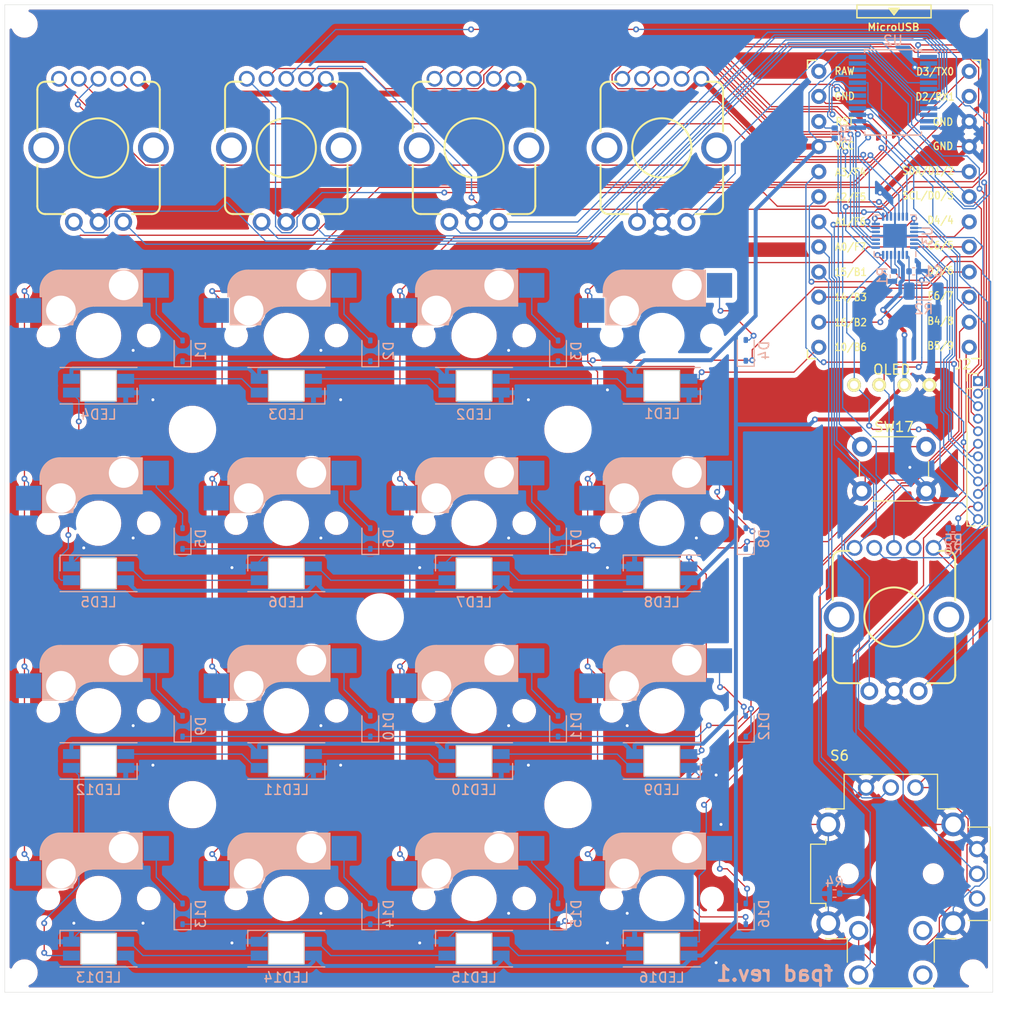
<source format=kicad_pcb>
(kicad_pcb (version 20221018) (generator pcbnew)
  (title_block (rev "1"))
  (layers (0 "F.Cu" signal "Front") (31 "B.Cu" signal "Back") (34 "B.Paste" user) (35 "F.Paste" user) (36 "B.SilkS" user "B.Silkscreen") (37 "F.SilkS" user "F.Silkscreen") (38 "B.Mask" user) (39 "F.Mask" user) (44 "Edge.Cuts" user))
  (net 0 "")
  (net 1 "/SDB")
  (net 2 "GND")
  (net 3 "/ROW1")
  (net 4 "Net-(D1-A)")
  (net 5 "Net-(D2-A)")
  (net 6 "Net-(D3-A)")
  (net 7 "Net-(D4-A)")
  (net 8 "/ROW2")
  (net 9 "Net-(D5-A)")
  (net 10 "Net-(D6-A)")
  (net 11 "Net-(D7-A)")
  (net 12 "Net-(D8-A)")
  (net 13 "/ROW3")
  (net 14 "Net-(D9-A)")
  (net 15 "Net-(D10-A)")
  (net 16 "Net-(D11-A)")
  (net 17 "Net-(D12-A)")
  (net 18 "/ROW4")
  (net 19 "Net-(D13-A)")
  (net 20 "Net-(D14-A)")
  (net 21 "Net-(D15-A)")
  (net 22 "Net-(D16-A)")
  (net 23 "VCC")
  (net 24 "/SCL")
  (net 25 "/SDA")
  (net 26 "/LED_IN")
  (net 27 "Net-(LED1-DOUT)")
  (net 28 "Net-(LED2-DOUT)")
  (net 29 "Net-(LED3-DOUT)")
  (net 30 "Net-(LED4-DOUT)")
  (net 31 "Net-(LED5-DOUT)")
  (net 32 "Net-(LED6-DOUT)")
  (net 33 "Net-(LED7-DOUT)")
  (net 34 "Net-(LED8-DOUT)")
  (net 35 "Net-(LED10-DIN)")
  (net 36 "Net-(LED10-DOUT)")
  (net 37 "Net-(LED11-DOUT)")
  (net 38 "Net-(LED12-DOUT)")
  (net 39 "Net-(LED13-DOUT)")
  (net 40 "Net-(LED14-DOUT)")
  (net 41 "Net-(LED15-DOUT)")
  (net 42 "/LED_OUT")
  (net 43 "Net-(U3-ISET)")
  (net 44 "/RESET")
  (net 45 "/ROT1_R")
  (net 46 "/ROT1_G")
  (net 47 "/ROT_SW1")
  (net 48 "/ROT1_B")
  (net 49 "/ROT11")
  (net 50 "/ROT12")
  (net 51 "/ROT2_R")
  (net 52 "/ROT2_G")
  (net 53 "/ROT_SW2")
  (net 54 "/ROT2_B")
  (net 55 "/ROT21")
  (net 56 "/ROT22")
  (net 57 "/ROT3_R")
  (net 58 "/ROT3_G")
  (net 59 "/ROT_SW3")
  (net 60 "/ROT3_B")
  (net 61 "/ROT31")
  (net 62 "/ROT32")
  (net 63 "/ROT4_R")
  (net 64 "/ROT4_G")
  (net 65 "/ROT_SW4")
  (net 66 "/ROT4_B")
  (net 67 "/ROT41")
  (net 68 "/ROT42")
  (net 69 "/ROT5_R")
  (net 70 "/ROT5_G")
  (net 71 "/ROT_SW5")
  (net 72 "/ROT5_B")
  (net 73 "/ROT51")
  (net 74 "/ROT52")
  (net 75 "/COL1")
  (net 76 "/COL2")
  (net 77 "/COL3")
  (net 78 "/COL4")
  (net 79 "/B3")
  (net 80 "/SW")
  (net 81 "/X")
  (net 82 "/Y")
  (net 83 "/A2")
  (net 84 "/A3")
  (net 85 "/RAW")
  (net 86 "/P17")
  (net 87 "/OUT16")
  (net 88 "/OUT17")
  (net 89 "/OUT18")
  (net 90 "/~{INT}")
  (footprint "kbd:CherryMX_Hotswap" (layer "F.Cu") (at 67.5 91.5)
    (fp_text reference "SW11" hide)
    (fp_text value "SW_Push" hide)
  )
  (footprint "kbd:CherryMX_Hotswap" (layer "F.Cu") (at 86.5 53.5)
    (fp_text reference "SW4" hide)
    (fp_text value "SW_Push" hide)
  )
  (footprint "kbd:CherryMX_Hotswap" (layer "F.Cu") (at 86.5 91.5)
    (fp_text reference "SW12" hide)
    (fp_text value "SW_Push" hide)
  )
  (footprint "Switches:ENCODER_LED_3" (layer "F.Cu") (at 67.5 34.5)
    (fp_text reference "S3")
    (fp_text value "ENCODER-RGB-SWITCH")
  )
  (footprint "MountingHole:MountingHole_4.3mm_M4" (layer "F.Cu") (at 39 63)
    (fp_text reference "REF**" hide)
    (fp_text value "MountingHole_4.3mm_M4" hide)
  )
  (footprint "Button_Switch_THT:SW_PUSH_6mm_H5mm" (layer "F.Cu") (at 106.75 64.75)
    (fp_text reference "SW17")
    (fp_text value "SW_Push")
  )
  (footprint "MountingHole:MountingHole_2.2mm_M2" (layer "F.Cu") (at 22 118)
    (fp_text reference "REF**" hide)
    (fp_text value "MountingHole_2.2mm_M2" hide)
  )
  (footprint "Switches:ENCODER_LED_3" (layer "F.Cu") (at 48.5 34.5)
    (fp_text reference "S2")
    (fp_text value "ENCODER-RGB-SWITCH")
  )
  (footprint "kbd:CherryMX_Hotswap" (layer "F.Cu") (at 67.5 110.5)
    (fp_text reference "SW15" hide)
    (fp_text value "SW_Push" hide)
  )
  (footprint "MountingHole:MountingHole_2.2mm_M2" (layer "F.Cu") (at 118 22)
    (fp_text reference "REF**" hide)
    (fp_text value "MountingHole_2.2mm_M2" hide)
  )
  (footprint "Switches:ENCODER_LED_3" (layer "F.Cu") (at 86.5 34.5)
    (fp_text reference "S4")
    (fp_text value "ENCODER-RGB-SWITCH")
  )
  (footprint "MountingHole:MountingHole_4.3mm_M4" (layer "F.Cu") (at 39 101)
    (fp_text reference "REF**" hide)
    (fp_text value "MountingHole_4.3mm_M4" hide)
  )
  (footprint "kbd:CherryMX_Hotswap" (layer "F.Cu") (at 29.5 53.5)
    (fp_text reference "SW1" hide)
    (fp_text value "SW_Push" hide)
  )
  (footprint "kbd:CherryMX_Hotswap" (layer "F.Cu") (at 29.5 72.5)
    (fp_text reference "SW5" hide)
    (fp_text value "SW_Push" hide)
  )
  (footprint "MountingHole:MountingHole_4.3mm_M4" (layer "F.Cu") (at 77 101)
    (fp_text reference "REF**" hide)
    (fp_text value "MountingHole_4.3mm_M4" hide)
  )
  (footprint "snapeda:SW_RKJXV122400R" (layer "F.Cu") (at 109.675 108)
    (fp_text reference "S6")
    (fp_text value "RKJXV122400R")
  )
  (footprint "kbd:CherryMX_Hotswap" (layer "F.Cu") (at 29.5 91.5)
    (fp_text reference "SW9" hide)
    (fp_text value "SW_Push" hide)
  )
  (footprint "Switches:ENCODER_LED_3" (layer "F.Cu") (at 29.5 34.5)
    (fp_text reference "S1")
    (fp_text value "ENCODER-RGB-SWITCH")
  )
  (footprint "kbd:CherryMX_Hotswap" (layer "F.Cu") (at 86.5 110.5)
    (fp_text reference "SW16" hide)
    (fp_text value "SW_Push" hide)
  )
  (footprint "kbd:CherryMX_Hotswap" (layer "F.Cu") (at 86.5 72.5)
    (fp_text reference "SW8" hide)
    (fp_text value "SW_Push" hide)
  )
  (footprint "MountingHole:MountingHole_2.2mm_M2" (layer "F.Cu") (at 22 22)
    (fp_text reference "REF**" hide)
    (fp_text value "MountingHole_2.2mm_M2" hide)
  )
  (footprint "kbd:CherryMX_Hotswap" (layer "F.Cu") (at 67.5 72.5)
    (fp_text reference "SW7" hide)
    (fp_text value "SW_Push" hide)
  )
  (footprint "kbd:CherryMX_Hotswap" (layer "F.Cu") (at 29.5 110.5)
    (fp_text reference "SW13" hide)
    (fp_text value "SW_Push" hide)
  )
  (footprint "kbd:CherryMX_Hotswap" (layer "F.Cu") (at 48.5 110.5)
    (fp_text reference "SW14" hide)
    (fp_text value "SW_Push" hide)
  )
  (footprint "kbd:CherryMX_Hotswap" (layer "F.Cu") (at 48.5 91.5)
    (fp_text reference "SW10" hide)
    (fp_text value "SW_Push" hide)
  )
  (footprint "kbd:OLED_v2" (layer "F.Cu") (at 109.77 58.5)
    (fp_text reference "OL1")
    (fp_text value "OLED" hide)
  )
  (footprint "kbd:CherryMX_Hotswap" (layer "F.Cu") (at 67.5 53.5)
    (fp_text reference "SW3" hide)
    (fp_text value "SW_Push" hide)
  )
  (footprint "MountingHole:MountingHole_2.2mm_M2" (layer "F.Cu") (at 118 118)
    (fp_text reference "REF**" hide)
    (fp_text value "MountingHole_2.2mm_M2" hide)
  )
  (footprint "Connector_PinHeader_1.27mm:PinHeader_1x12_P1.27mm_Vertical" (layer "F.Cu") (at 118.5 58.11)
    (fp_text reference "J2")
    (fp_text value "Conn_01x12")
  )
  (footprint "kbd:CherryMX_Hotswap" (layer "F.Cu") (at 48.5 53.5)
    (fp_text reference "SW2" hide)
    (fp_text value "SW_Push" hide)
  )
  (footprint "MountingHole:MountingHole_4.3mm_M4" (layer "F.Cu") (at 58 82)
    (fp_text reference "REF**" hide)
    (fp_text value "MountingHole_4.3mm_M4" hide)
  )
  (footprint "kbd:ProMicro_v3" (layer "F.Cu") (at 110 41.225)
    (fp_text reference "U1" hide)
    (fp_text value "ProMicro_r" hide)
  )
  (footprint "Switches:ENCODER_LED_3" (layer "F.Cu") (at 109.999 82.0019)
    (fp_text reference "S5")
    (fp_text value "ENCODER-RGB-SWITCH")
  )
  (footprint "kbd:CherryMX_Hotswap" (layer "F.Cu") (at 48.5 72.5)
    (fp_text reference "SW6" hide)
    (fp_text value "SW_Push" hide)
  )
  (footprint "MountingHole:MountingHole_4.3mm_M4" (layer "F.Cu") (at 77 63)
    (fp_text reference "REF**" hide)
    (fp_text value "MountingHole_4.3mm_M4" hide)
  )
  (footprint "kbd:YS-SK6812MINI-E" (layer "B.Cu") (at 48.5 115.58)
    (fp_text reference "LED14")
    (fp_text value "YS-SK6812MINI-E")
    (fp_line (start -1.8 -1.55) (end 1.8 -1.55) (stroke (width 0.12)) (layer "Edge.Cuts"))
    (fp_line (start -1.8 1.55) (end -1.8 -1.55) (stroke (width 0.12)) (layer "Edge.Cuts"))
    (fp_line (start 1.8 -1.55) (end 1.8 1.55) (stroke (width 0.12)) (layer "Edge.Cuts"))
    (fp_line (start 1.8 1.55) (end -1.8 1.55) (stroke (width 0.12)) (layer "Edge.Cuts"))
  )
  (footprint "kbd:YS-SK6812MINI-E" (layer "B.Cu") (at 67.5 58.58 180)
    (fp_text reference "LED2")
    (fp_text value "YS-SK6812MINI-E")
    (fp_line (start -1.8 -1.55) (end 1.8 -1.55) (stroke (width 0.12)) (layer "Edge.Cuts"))
    (fp_line (start -1.8 1.55) (end -1.8 -1.55) (stroke (width 0.12)) (layer "Edge.Cuts"))
    (fp_line (start 1.8 -1.55) (end 1.8 1.55) (stroke (width 0.12)) (layer "Edge.Cuts"))
    (fp_line (start 1.8 1.55) (end -1.8 1.55) (stroke (width 0.12)) (layer "Edge.Cuts"))
  )
  (footprint "kbd:YS-SK6812MINI-E" (layer "B.Cu") (at 29.5 96.58 180)
    (fp_text reference "LED12")
    (fp_text value "YS-SK6812MINI-E")
    (fp_line (start -1.8 -1.55) (end 1.8 -1.55) (stroke (width 0.12)) (layer "Edge.Cuts"))
    (fp_line (start -1.8 1.55) (end -1.8 -1.55) (stroke (width 0.12)) (layer "Edge.Cuts"))
    (fp_line (start 1.8 -1.55) (end 1.8 1.55) (stroke (width 0.12)) (layer "Edge.Cuts"))
    (fp_line (start 1.8 1.55) (end -1.8 1.55) (stroke (width 0.12)) (layer "Edge.Cuts"))
  )
  (footprint "Diode_SMD:D_SOD-323" (layer "B.Cu") (at 57 74.05 90)
    (fp_text reference "D6")
    (fp_text value "1N4148WS")
  )
  (footprint "kbd:YS-SK6812MINI-E" (layer "B.Cu") (at 67.5 77.58)
    (fp_text reference "LED7")
    (fp_text value "YS-SK6812MINI-E")
    (fp_line (start -1.8 -1.55) (end 1.8 -1.55) (stroke (width 0.12)) (layer "Edge.Cuts"))
    (fp_line (start -1.8 1.55) (end -1.8 -1.55) (stroke (width 0.12)) (layer "Edge.Cuts"))
    (fp_line (start 1.8 -1.55) (end 1.8 1.55) (stroke (width 0.12)) (layer "Edge.Cuts"))
    (fp_line (start 1.8 1.55) (end -1.8 1.55) (stroke (width 0.12)) (layer "Edge.Cuts"))
  )
  (footprint "kbd:YS-SK6812MINI-E" (layer "B.Cu") (at 48.5 96.58 180)
    (fp_text reference "LED11")
    (fp_text value "YS-SK6812MINI-E")
    (fp_line (start -1.8 -1.55) (end 1.8 -1.55) (stroke (width 0.12)) (layer "Edge.Cuts"))
    (fp_line (start -1.8 1.55) (end -1.8 -1.55) (stroke (width 0.12)) (layer "Edge.Cuts"))
    (fp_line (start 1.8 -1.55) (end 1.8 1.55) (stroke (width 0.12)) (layer "Edge.Cuts"))
    (fp_line (start 1.8 1.55) (end -1.8 1.55) (stroke (width 0.12)) (layer "Edge.Cuts"))
  )
  (footprint "Diode_SMD:D_SOD-323" (layer "B.Cu") (at 76 93.05 90)
    (fp_text reference "D11")
    (fp_text value "1N4148WS")
  )
  (footprint "Diode_SMD:D_SOD-323" (layer "B.Cu") (at 57 112.05 90)
    (fp_text reference "D14")
    (fp_text value "1N4148WS")
  )
  (footprint "Diode_SMD:D_SOD-323" (layer "B.Cu") (at 38 74.05 90)
    (fp_text reference "D5")
    (fp_text value "1N4148WS")
  )
  (footprint "Diode_SMD:D_SOD-323" (layer "B.Cu") (at 95 93.05 90)
    (fp_text reference "D12")
    (fp_text value "1N4148WS")
  )
  (footprint "kbd:YS-SK6812MINI-E" (layer "B.Cu") (at 29.5 58.58 180)
    (fp_text reference "LED4")
    (fp_text value "YS-SK6812MINI-E")
    (fp_line (start -1.8 -1.55) (end 1.8 -1.55) (stroke (width 0.12)) (layer "Edge.Cuts"))
    (fp_line (start -1.8 1.55) (end -1.8 -1.55) (stroke (width 0.12)) (layer "Edge.Cuts"))
    (fp_line (start 1.8 -1.55) (end 1.8 1.55) (stroke (width 0.12)) (layer "Edge.Cuts"))
    (fp_line (start 1.8 1.55) (end -1.8 1.55) (stroke (width 0.12)) (layer "Edge.Cuts"))
  )
  (footprint "kbd:YS-SK6812MINI-E" (layer "B.Cu") (at 86.5 96.58 180)
    (fp_text reference "LED9")
    (fp_text value "YS-SK6812MINI-E")
    (fp_line (start -1.8 -1.55) (end 1.8 -1.55) (stroke (width 0.12)) (layer "Edge.Cuts"))
    (fp_line (start -1.8 1.55) (end -1.8 -1.55) (stroke (width 0.12)) (layer "Edge.Cuts"))
    (fp_line (start 1.8 -1.55) (end 1.8 1.55) (stroke (width 0.12)) (layer "Edge.Cuts"))
    (fp_line (start 1.8 1.55) (end -1.8 1.55) (stroke (width 0.12)) (layer "Edge.Cuts"))
  )
  (footprint "Diode_SMD:D_SOD-323" (layer "B.Cu") (at 95 112.05 90)
    (fp_text reference "D16")
    (fp_text value "1N4148WS")
  )
  (footprint "Diode_SMD:D_SOD-323" (layer "B.Cu") (at 76 74.05 90)
    (fp_text reference "D7")
    (fp_text value "1N4148WS")
  )
  (footprint "Resistor_SMD:R_0402_1005Metric" (layer "B.Cu") (at 116 73)
    (fp_text reference "R5")
    (fp_text value "3k3")
  )
  (footprint "Resistor_SMD:R_1206_3216Metric" (layer "B.Cu") (at 113 49)
    (fp_text reference "R2")
    (fp_text value "100k")
  )
  (footprint "kbd:YS-SK6812MINI-E" (layer "B.Cu") (at 29.5 115.58)
    (fp_text reference "LED13")
    (fp_text value "YS-SK6812MINI-E")
    (fp_line (start -1.8 -1.55) (end 1.8 -1.55) (stroke (width 0.12)) (layer "Edge.Cuts"))
    (fp_line (start -1.8 1.55) (end -1.8 -1.55) (stroke (width 0.12)) (layer "Edge.Cuts"))
    (fp_line (start 1.8 -1.55) (end 1.8 1.55) (stroke (width 0.12)) (layer "Edge.Cuts"))
    (fp_line (start 1.8 1.55) (end -1.8 1.55) (stroke (width 0.12)) (layer "Edge.Cuts"))
  )
  (footprint "Diode_SMD:D_SOD-323" (layer "B.Cu") (at 76 55.05 90)
    (fp_text reference "D3")
    (fp_text value "1N4148WS")
  )
  (footprint "Diode_SMD:D_SOD-323" (layer "B.Cu") (at 95 55 90)
    (fp_text reference "D4")
    (fp_text value "1N4148WS")
  )
  (footprint "Diode_SMD:D_SOD-323" (layer "B.Cu") (at 38 55.05 90)
    (fp_text reference "D1")
    (fp_text value "1N4148WS")
  )
  (footprint "kbd:YS-SK6812MINI-E" (layer "B.Cu") (at 86.5 77.58)
    (fp_text reference "LED8")
    (fp_text value "YS-SK6812MINI-E")
    (fp_line (start -1.8 -1.55) (end 1.8 -1.55) (stroke (width 0.12)) (layer "Edge.Cuts"))
    (fp_line (start -1.8 1.55) (end -1.8 -1.55) (stroke (width 0.12)) (layer "Edge.Cuts"))
    (fp_line (start 1.8 -1.55) (end 1.8 1.55) (stroke (width 0.12)) (layer "Edge.Cuts"))
    (fp_line (start 1.8 1.55) (end -1.8 1.55) (stroke (width 0.12)) (layer "Edge.Cuts"))
  )
  (footprint "kbd:YS-SK6812MINI-E" (layer "B.Cu") (at 86.5 115.58)
    (fp_text reference "LED16")
    (fp_text value "YS-SK6812MINI-E")
    (fp_line (start -1.8 -1.55) (end 1.8 -1.55) (stroke (width 0.12)) (layer "Edge.Cuts"))
    (fp_line (start -1.8 1.55) (end -1.8 -1.55) (stroke (width 0.12)) (layer "Edge.Cuts"))
    (fp_line (start 1.8 -1.55) (end 1.8 1.55) (stroke (width 0.12)) (layer "Edge.Cuts"))
    (fp_line (start 1.8 1.55) (end -1.8 1.55) (stroke (width 0.12)) (layer "Edge.Cuts"))
  )
  (footprint "kbd:YS-SK6812MINI-E" (layer "B.Cu") (at 29.5 77.58)
    (fp_text reference "LED5")
    (fp_text value "YS-SK6812MINI-E")
    (fp_line (start -1.8 -1.55) (end 1.8 -1.55) (stroke (width 0.12)) (layer "Edge.Cuts"))
    (fp_line (start -1.8 1.55) (end -1.8 -1.55) (stroke (width 0.12)) (layer "Edge.Cuts"))
    (fp_line (start 1.8 -1.55) (end 1.8 1.55) (stroke (width 0.12)) (layer "Edge.Cuts"))
    (fp_line (start 1.8 1.55) (end -1.8 1.55) (stroke (width 0.12)) (layer "Edge.Cuts"))
  )
  (footprint "Resistor_SMD:R_0402_1005Metric" (layer "B.Cu") (at 116 74)
    (fp_text reference "R6")
    (fp_text value "3k3")
  )
  (footprint "kbd:YS-SK6812MINI-E" (layer "B.Cu") (at 48.5 77.58)
    (fp_text reference "LED6")
    (fp_text value "YS-SK6812MINI-E")
    (fp_line (start -1.8 -1.55) (end 1.8 -1.55) (stroke (width 0.12)) (layer "Edge.Cuts"))
    (fp_line (start -1.8 1.55) (end -1.8 -1.55) (stroke (width 0.12)) (layer "Edge.Cuts"))
    (fp_line (start 1.8 -1.55) (end 1.8 1.55) (stroke (width 0.12)) (layer "Edge.Cuts"))
    (fp_line (start 1.8 1.55) (end -1.8 1.55) (stroke (width 0.12)) (layer "Edge.Cuts"))
  )
  (footprint "kbd:YS-SK6812MINI-E" (layer "B.Cu") (at 48.5 58.58 180)
    (fp_text reference "LED3")
    (fp_text value "YS-SK6812MINI-E")
    (fp_line (start -1.8 -1.55) (end 1.8 -1.55) (stroke (width 0.12)) (layer "Edge.Cuts"))
    (fp_line (start -1.8 1.55) (end -1.8 -1.55) (stroke (width 0.12)) (layer "Edge.Cuts"))
    (fp_line (start 1.8 -1.55) (end 1.8 1.55) (stroke (width 0.12)) (layer "Edge.Cuts"))
    (fp_line (start 1.8 1.55) (end -1.8 1.55) (stroke (width 0.12)) (layer "Edge.Cuts"))
  )
  (footprint "Diode_SMD:D_SOD-323" (layer "B.Cu") (at 38 93.05 90)
    (fp_text reference "D9")
    (fp_text value "1N4148WS")
  )
  (footprint "Package_SO:SSOP-24_5.3x8.2mm_P0.65mm" (layer "B.Cu") (at 109.9 28.875 180)
    (fp_text reference "U2")
    (fp_text value "XL9555")
  )
  (footprint "Diode_SMD:D_SOD-323" (layer "B.Cu") (at 57 93.05 90)
    (fp_text reference "D10")
    (fp_text value "1N4148WS")
  )
  (footprint "Resistor_SMD:R_0402_1005Metric" (layer "B.Cu") (at 104 33 90)
    (fp_text reference "R3")
    (fp_text value "10k")
  )
  (footprint "Diode_SMD:D_SOD-323" (layer "B.Cu") (at 76 112.05 90)
    (fp_text reference "D15")
    (fp_text value "1N4148WS")
  )
  (footprint "kbd:YS-SK6812MINI-E" (layer "B.Cu") (at 86.5 58.58 180)
    (fp_text reference "LED1")
    (fp_text value "YS-SK6812MINI-E")
    (fp_line (start -1.8 -1.55) (end 1.8 -1.55) (stroke (width 0.12)) (layer "Edge.Cuts"))
    (fp_line (start -1.8 1.55) (end -1.8 -1.55) (stroke (width 0.12)) (layer "Edge.Cuts"))
    (fp_line (start 1.8 -1.55) (end 1.8 1.55) (stroke (width 0.12)) (layer "Edge.Cuts"))
    (fp_line (start 1.8 1.55) (end -1.8 1.55) (stroke (width 0.12)) (layer "Edge.Cuts"))
  )
  (footprint "Resistor_SMD:R_0402_1005Metric" (layer "B.Cu") (at 110 47.5 -90)
    (fp_text reference "R1")
    (fp_text value "7.5k")
  )
  (footprint "Resistor_SMD:R_0402_1005Metric" (layer "B.Cu") (at 103.99 110 180)
    (fp_text reference "R4")
    (fp_text value "10k")
  )
  (footprint "Diode_SMD:D_SOD-323" (layer "B.Cu") (at 38 112.05 90)
    (fp_text reference "D13")
    (fp_text value "1N4148WS")
  )
  (footprint "kbd:YS-SK6812MINI-E" (layer "B.Cu") (at 67.5 96.58 180)
    (fp_text reference "LED10")
    (fp_text value "YS-SK6812MINI-E")
    (fp_line (start -1.8 -1.55) (end 1.8 -1.55) (stroke (width 0.12)) (layer "Edge.Cuts"))
    (fp_line (start -1.8 1.55) (end -1.8 -1.55) (stroke (width 0.12)) (layer "Edge.Cuts"))
    (fp_line (start 1.8 -1.55) (end 1.8 1.55) (stroke (width 0.12)) (layer "Edge.Cuts"))
    (fp_line (start 1.8 1.55) (end -1.8 1.55) (stroke (width 0.12)) (layer "Edge.Cuts"))
  )
  (footprint "Diode_SMD:D_SOD-323" (layer "B.Cu") (at 57 55.05 90)
    (fp_text reference "D2")
    (fp_text value "1N4148WS")
  )
  (footprint "Capacitor_SMD:C_0402_1005Metric" (layer "B.Cu") (at 112 47)
    (fp_text reference "C1")
    (fp_text value "0.1u")
  )
  (footprint "Package_DFN_QFN:QFN-28-1EP_4x4mm_P0.4mm_EP2.4x2.4mm" (layer "B.Cu") (at 110.1 43.4 90)
    (fp_text reference "U3")
    (fp_text value "IS31FL3208A")
  )
  (footprint "Diode_SMD:D_SOD-323" (layer "B.Cu") (at 95 74.05 90)
    (fp_text reference "D8")
    (fp_text value "1N4148WS")
  )
  (footprint "kbd:YS-SK6812MINI-E" (layer "B.Cu") (at 67.5 115.58)
    (fp_text reference "LED15")
    (fp_text value "YS-SK6812MINI-E")
    (fp_line (start -1.8 -1.55) (end 1.8 -1.55) (stroke (width 0.12)) (layer "Edge.Cuts"))
    (fp_line (start -1.8 1.55) (end -1.8 -1.55) (stroke (width 0.12)) (layer "Edge.Cuts"))
    (fp_line (start 1.8 -1.55) (end 1.8 1.55) (stroke (width 0.12)) (layer "Edge.Cuts"))
    (fp_line (start 1.8 1.55) (end -1.8 1.55) (stroke (width 0.12)) (layer "Edge.Cuts"))
  )
  (gr_rect (start 20 20) (end 120 120) (stroke (width 0.0381)) (fill none) (layer "Edge.Cuts"))
  (gr_text "fpad rev.1" (at 104 119) (layer "B.SilkS") (effects (font (size 1.524 1.524) (thickness 0.3048) bold) (justify left bottom mirror)))
  (segment (start 102.3914 52.147) (end 108.6185 52.147) (width 0.127) (layer "F.Cu") (net 1))
  (via (at 108.6185 52.147) (size 0.6) (drill 0.3) (layers "F.Cu" "B.Cu") (net 1))
  (segment (start 108.6185 51.919) (end 108.6185 52.147) (width 0.127) (layer "B.Cu") (net 1))
  (segment (start 111.3 45.3375) (end 111.52 45.5575) (width 0.127) (layer "B.Cu") (net 1))
  (segment (start 111.52 47) (end 111.5375 47.0175) (width 0.127) (layer "B.Cu") (net 1))
  (segment (start 111.52 45.5575) (end 111.52 47) (width 0.127) (layer "B.Cu") (net 1))
  (segment (start 111.5375 49) (end 108.6185 51.919) (width 0.127) (layer "B.Cu") (net 1))
  (segment (start 111.5375 47.0175) (end 111.5375 49) (width 0.127) (layer "B.Cu") (net 1))
  (segment (start 118.5482 29.697239) (end 118.5639 29.681539) (width 0.127) (layer "F.Cu") (net 2))
  (segment (start 108.4551 30) (end 112.1142 26.3409) (width 0.127) (layer "F.Cu") (net 2))
  (segment (start 110.905 103) (end 107.175 99.27) (width 0.127) (layer "F.Cu") (net 2))
  (segment (start 107.0865 66.8468) (end 104.3672 64.1275) (width 0.127) (layer "F.Cu") (net 2))
  (segment (start 117.6114 31.827) (end 118.5482 30.8902) (width 0.127) (layer "F.Cu") (net 2))
  (segment (start 107.0865 68.9135) (end 106.75 69.25) (width 0.127) (layer "F.Cu") (net 2))
  (segment (start 116 103) (end 110.905 103) (width 0.127) (layer "F.Cu") (net 2))
  (segment (start 107.0865 66.8468) (end 111.6054 66.8468) (width 0.127) (layer "F.Cu") (net 2))
  (segment (start 103.445 103) (end 103.35 103) (width 0.127) (layer "F.Cu") (net 2))
  (segment (start 108.5873 39.0302) (end 113.2505 34.367) (width 0.127) (layer "F.Cu") (net 2))
  (segment (start 102.3914 29.287) (end 103.1044 30) (width 0.127) (layer "F.Cu") (net 2))
  (segment (start 103.1044 30) (end 108.4551 30) (width 0.127) (layer "F.Cu") (net 2))
  (segment (start 118.5639 26.352461) (end 117.711439 25.5) (width 0.127) (layer "F.Cu") (net 2))
  (segment (start 112.9551 25.5) (end 112.1142 26.3409) (width 0.127) (layer "F.Cu") (net 2))
  (segment (start 117.711439 25.5) (end 112.9551 25.5) (width 0.127) (layer "F.Cu") (net 2))
  (segment (start 107.0865 66.8468) (end 107.0865 68.9135) (width 0.127) (layer "F.Cu") (net 2))
  (segment (start 118.5482 30.8902) (end 118.5482 29.697239) (width 0.127) (layer "F.Cu") (net 2))
  (segment (start 113.2505 34.367) (end 117.6114 34.367) (width 0.127) (layer "F.Cu") (net 2))
  (segment (start 104.3672 64.1275) (end 102.6275 64.1275) (width 0.127) (layer "F.Cu") (net 2))
  (segment (start 107.175 99.27) (end 103.445 103) (width 0.127) (layer "F.Cu") (net 2))
  (segment (start 118.5639 29.681539) (end 118.5639 26.352461) (width 0.127) (layer "F.Cu") (net 2))
  (segment (start 103.35 103) (end 92.4929 103) (width 0.127) (layer "F.Cu") (net 2))
  (via (at 33 74) (size 0.6) (drill 0.3) (layers "F.Cu" "B.Cu") (net 2))
  (via (at 43 115) (size 0.6) (drill 0.3) (layers "F.Cu" "B.Cu") (net 2))
  (via (at 28 75) (size 0.6) (drill 0.3) (layers "F.Cu" "B.Cu") (net 2))
  (via (at 112.1142 26.3409) (size 0.6) (drill 0.3) (layers "F.Cu" "B.Cu") (net 2))
  (via (at 54 60) (size 0.6) (drill 0.3) (layers "F.Cu" "B.Cu") (net 2))
  (via (at 71 112) (size 0.6) (drill 0.3) (layers "F.Cu" "B.Cu") (net 2))
  (via (at 81 77) (size 0.6) (drill 0.3) (layers "F.Cu" "B.Cu") (net 2))
  (via (at 81 59) (size 0.6) (drill 0.3) (layers "F.Cu" "B.Cu") (net 2))
  (via (at 83 93) (size 0.6) (drill 0.3) (layers "F.Cu" "B.Cu") (net 2))
  (via (at 83 112) (size 0.6) (drill 0.3) (layers "F.Cu" "B.Cu") (net 2))
  (via (at 90 74) (size 0.6) (drill 0.3) (layers "F.Cu" "B.Cu") (net 2))
  (via (at 92 98) (size 0.6) (drill 0.3) (layers "F.Cu" "B.Cu") (net 2))
  (via (at 33 55) (size 0.6) (drill 0.3) (layers "F.Cu" "B.Cu") (net 2))
  (via (at 71 93) (size 0.6) (drill 0.3) (layers "F.Cu" "B.Cu") (net 2))
  (via (at 52 55) (size 0.6) (drill 0.3) (layers "F.Cu" "B.Cu") (net 2))
  (via (at 73 60) (size 0.6) (drill 0.3) (layers "F.Cu" "B.Cu") (net 2))
  (via (at 27 113) (size 0.6) (drill 0.3) (layers "F.Cu" "B.Cu") (net 2))
  (via (at 54 97) (size 0.6) (drill 0.3) (layers "F.Cu" "B.Cu") (net 2))
  (via (at 33 93) (size 0.6) (drill 0.3) (layers "F.Cu" "B.Cu") (net 2))
  (via (at 71 74) (size 0.6) (drill 0.3) (layers "F.Cu" "B.Cu") (net 2))
  (via (at 92 117) (size 0.6) (drill 0.3) (layers "F.Cu" "B.Cu") (net 2))
  (via (at 35 97) (size 0.6) (drill 0.3) (layers "F.Cu" "B.Cu") (net 2))
  (via (at 92.4929 103) (size 0.6) (drill 0.3) (layers "F.Cu" "B.Cu") (net 2))
  (via (at 35 60) (size 0.6) (drill 0.3) (layers "F.Cu" "B.Cu") (net 2))
  (via (at 43 77) (size 0.6) (drill 0.3) (layers "F.Cu" "B.Cu") (net 2))
  (via (at 62 115) (size 0.6) (drill 0.3) (layers "F.Cu" "B.Cu") (net 2))
  (via (at 34 113) (size 0.6) (drill 0.3) (layers "F.Cu" "B.Cu") (net 2))
  (via (at 111.6054 66.8468) (size 0.6) (drill 0.3) (layers "F.Cu" "B.Cu") (net 2))
  (via (at 108.5873 39.0302) (size 0.6) (drill 0.3) (layers "F.Cu" "B.Cu") (net 2))
  (via (at 52 112) (size 0.6) (drill 0.3) (layers "F.Cu" "B.Cu") (net 2))
  (via (at 62 77) (size 0.6) (drill 0.3) (layers "F.Cu" "B.Cu") (net 2))
  (via (at 52 74) (size 0.6) (drill 0.3) (layers "F.Cu" "B.Cu") (net 2))
  (via (at 81 115) (size 0.6) (drill 0.3) (layers "F.Cu" "B.Cu") (net 2))
  (via (at 52 93) (size 0.6) (drill 0.3) (layers "F.Cu" "B.Cu") (net 2))
  (via (at 73 97) (size 0.6) (drill 0.3) (layers "F.Cu" "B.Cu") (net 2))
  (via (at 71 55) (size 0.6) (drill 0.3) (layers "F.Cu" "B.Cu") (net 2))
  (segment (start 106.5 77.7433) (end 106.5 85.07658) (width 0.127) (layer "B.Cu") (net 2))
  (segment (start 110.9 45.3375) (end 110.9 44.2) (width 0.2) (layer "B.Cu") (net 2))
  (segment (start 118.1988 109.25) (end 118.6213 109.25) (width 0.127) (layer "B.Cu") (net 2))
  (segment (start 62.6561 113.8267) (end 46.573 113.8267) (width 0.127) (layer "B.Cu") (net 2))
  (segment (start 82.7094 114.88) (end 81.6687 113.8393) (width 0.127) (layer "B.Cu") (net 2))
  (segment (start 106.15598 85.4206) (end 106.15598 98.25098) (width 0.127) (layer "B.Cu") (net 2))
  (segment (start 26.75 114.7103) (end 28.3317 113.1286) (width 0.127) (layer "B.Cu") (net 2))
  (segment (start 110.0344 65.2758) (end 110.0344 59.0344) (width 0.127) (layer "B.Cu") (net 2))
  (segment (start 89.25 59.28) (end 90.2906 59.28) (width 0.127) (layer "B.Cu") (net 2))
  (segment (start 83.75 114.88) (end 82.7094 114.88) (width 0.127) (layer "B.Cu") (net 2))
  (segment (start 64.75 76.88) (end 64.2297 76.88) (width 0.127) (layer "B.Cu") (net 2))
  (segment (start 117.6114 34.367) (end 116.9884 33.744) (width 0.127) (layer "B.Cu") (net 2))
  (segment (start 26.75 76.5986) (end 27.9177 75.4309) (width 0.127) (layer "B.Cu") (net 2))
  (segment (start 43.3503 114.6497) (end 45.75 114.6497) (width 0.127) (layer "B.Cu") (net 2))
  (segment (start 90.4784 59.0922) (end 90.5347 59.0922) (width 0.127) (layer "B.Cu") (net 2))
  (segment (start 118.405 105.405) (end 116 103) (width 0.127) (layer "B.Cu") (net 2))
  (segment (start 26.75 114.88) (end 26.75 114.7103) (width 0.127) (layer "B.Cu") (net 2))
  (segment (start 112.2916 50.9134) (end 112.2916 47.1884) (width 0.127) (layer "B.Cu") (net 2))
  (segment (start 106.15598 98.25098) (end 107.175 99.27) (width 0.127) (layer "B.Cu") (net 2))
  (segment (start 110.1 46.29495) (end 110.5105 46.70545) (width 0.127) (layer "B.Cu") (net 2))
  (segment (start 32.8324 110.3836) (end 34 109.216) (width 0.127) (layer "B.Cu") (net 2))
  (segment (start 31.8714 113.1286) (end 32.8324 112.1676) (width 0.127) (layer "B.Cu") (net 2))
  (segment (start 42.6497 114.6497) (end 43 115) (width 0.127) (layer "B.Cu") (net 2))
  (segment (start 71.28 97.28) (end 70.25 97.28) (width 0.127) (layer "B.Cu") (net 2))
  (segment (start 110.0344 59.0344) (end 110 59) (width 0.127) (layer "B.Cu") (net 2))
  (segment (start 119.4303 106.5253) (end 118.405 105.5) (width 0.127) (layer "B.Cu") (net 2))
  (segment (start 113.5 26.6) (end 113.5 25.95) (width 0.127) (layer "B.Cu") (net 2))
  (segment (start 118.6213 109.25) (end 119.4303 108.441) (width 0.127) (layer "B.Cu") (net 2))
  (segment (start 43 115) (end 43.3503 114.6497) (width 0.127) (layer "B.Cu") (net 2))
  (segment (start 50.4661 98.3453) (end 33.7747 98.3453) (width 0.127) (layer "B.Cu") (net 2))
  (segment (start 33.8765 106.8605) (end 33.8765 98.4471) (width 0.127) (layer "B.Cu") (net 2))
  (segment (start 62.6203 75.7909) (end 63.7094 76.88) (width 0.127) (layer "B.Cu") (net 2))
  (segment (start 114.5656 32.45) (end 116.9884 32.45) (width 0.127) (layer "B.Cu") (net 2))
  (segment (start 46.573 113.8267) (end 45.75 114.6497) (width 0.127) (layer "B.Cu") (net 2))
  (segment (start 89.523329 97.28) (end 92.4929 100.249571) (width 0.127) (layer "B.Cu") (net 2))
  (segment (start 64.2297 76.88) (end 63.7094 76.88) (width 0.127) (layer "B.Cu") (net 2))
  (segment (start 32.8324 110.5) (end 32.8324 110.8324) (width 0.127) (layer "B.Cu") (net 2))
  (segment (start 32.25 97.28) (end 33.2906 97.28) (width 0.127) (layer "B.Cu") (net 2))
  (segment (start 36.88 76.88) (end 45.2297 76.88) (width 0.127) (layer "B.Cu") (net 2))
  (segment (start 92.4929 100.249571) (end 92.4929 103) (width 0.127) (layer "B.Cu") (net 2))
  (segment (start 64.75 114.88) (end 63.7094 114.88) (width 0.127) (layer "B.Cu") (net 2))
  (segment (start 81.6687 113.8393) (end 77.2545 113.8393) (width 0.127) (layer "B.Cu") (net 2))
  (segment (start 112.3733 26.6) (end 112.1142 26.3409) (width 0.127) (layer "B.Cu") (net 2))
  (segment (start 90.2906 59.28) (end 90.4784 59.0922) (width 0.127) (layer "B.Cu") (net 2))
  (segment (start 110.1 43.4) (end 110.1 41.4625) (width 0.2) (layer "B.Cu") (net 2))
  (segment (start 106.75 69.25) (end 104.7298 71.2702) (width 0.127) (layer "B.Cu") (net 2))
  (segment (start 116.9884 32.45) (end 117.6114 31.827) (width 0.127) (layer "B.Cu") (net 2))
  (segment (start 45.2297 76.88) (end 46.3188 75.7909) (width 0.127) (layer "B.Cu") (net 2))
  (segment (start 33.7747 97.7641) (end 33.2906 97.28) (width 0.127) (layer "B.Cu") (net 2))
  (segment (start 110.1 40.5429) (end 108.5873 39.0302) (width 0.127) (layer "B.Cu") (net 2))
  (segment (start 89.25 97.28) (end 89.523329 97.28) (width 0.127) (layer "B.Cu") (net 2))
  (segment (start 67.5 41.9981) (end 67.7357 41.7624) (width 0.127) (layer "B.Cu") (net 2))
  (segment (start 113.25 68.4914) (end 111.6054 66.8468) (width 0.127) (layer "B.Cu") (net 2))
  (segment (start 103.35 113) (end 103.35 103) (width 0.127) (layer "B.Cu") (net 2))
  (segment (start 119.4303 108.441) (end 119.4303 106.5253) (width 0.127) (layer "B.Cu") (net 2))
  (segment (start 28.3317 113.1286) (end 31.8714 113.1286) (width 0.127) (layer "B.Cu") (net 2))
  (segment (start 63.7094 114.88) (end 62.6561 113.8267) (width 0.127) (layer "B.Cu") (net 2))
  (segment (start 51.25 59.28) (end 51.25 59.4495) (width 0.127) (layer "B.Cu") (net 2))
  (segment (start 110.1 45.3375) (end 110.1 46.29495) (width 0.127) (layer "B.Cu") (net 2))
  (segment (start 110.5105 47.4995) (end 110 48.01) (width 0.127) (layer "B.Cu") (net 2))
  (segment (start 116.9884 33.744) (end 116.9884 32.45) (width 0.127) (layer "B.Cu") (net 2))
  (segment (start 89.25 59.28) (end 89.25 59.6844) (width 0.127) (layer "B.Cu") (net 2))
  (segment (start 106.5 85.07658) (end 106.15598 85.4206) (width 0.127) (layer "B.Cu") (net 2))
  (segment (start 110.5105 46.70545) (end 110.5105 47.4995) (width 0.127) (layer "B.Cu") (net 2))
  (segment (start 118.405 105.5) (end 118.405 105.405) (width 0.127) (layer "B.Cu") (net 2))
  (segment (start 113.5 32.45) (end 114.5656 32.45) (width 0.127) (layer "B.Cu") (net 2))
  (segment (start 110.1 43.4) (end 112.0375 43.4) (width 0.2) (layer "B.Cu") (net 2))
  (segment (start 64.2297 76.88) (end 65.2765 75.8332) (width 0.127) (layer "B.Cu") (net 2))
  (segment (start 45.75 76.88) (end 45.2297 76.88) (width 0.127) (layer "B.Cu") (net 2))
  (segment (start 112.2916 47.1884) (end 112.48 47) (width 0.127) (layer "B.Cu") (net 2))
  (segment (start 70.2853 59.28) (end 70.25 59.28) (width 0.127) (layer "B.Cu") (net 2))
  (segment (start 110 48.01) (end 106 52.01) (width 0.127) (layer "B.Cu") (net 2))
  (segment (start 36.6497 114.6497) (end 42.6497 114.6497) (width 0.127) (layer "B.Cu") (net 2))
  (segment (start 113.5 26.6) (end 112.3733 26.6) (width 0.127) (layer "B.Cu") (net 2))
  (segment (start 33.7747 98.3453) (end 33.7747 97.7641) (width 0.127) (layer "B.Cu") (net 2))
  (segment (start 26.75 76.88) (end 26.75 76.5986) (width 0.127) (layer "B.Cu") (net 2))
  (segment (start 106.3 27.25) (end 104.1589 27.25) (width 0.127) (layer "B.Cu") (net 2))
  (segment (start 104.1589 27.25) (end 102.3914 29.0175) (width 0.127) (layer "B.Cu") (net 2))
  (segment (start 110 53.205) (end 112.2916 50.9134) (width 0.127) (layer "B.Cu") (net 2))
  (segment (start 34 109.216) (end 34 106.984) (width 0.127) (layer "B.Cu") (net 2))
  (segment (start 102.3914 29.0175) (end 102.3914 29.287) (width 0.127) (layer "B.Cu") (net 2))
  (segment (start 77.2545 113.8393) (end 65.5604 113.8393) (width 0.127) (layer "B.Cu") (net 2))
  (segment (start 46.3188 75.7909) (end 62.6203 75.7909) (width 0.127) (layer "B.Cu") (net 2))
  (segment (start 51.25 97.5614) (end 50.4661 98.3453) (width 0.127) (layer "B.Cu") (net 2))
  (segment (start 64.75 114.6497) (end 64.75 114.88) (width 0.127) (layer "B.Cu") (net 2))
  (segment (start 32.8324 112.1676) (end 32.8324 110.3836) (width 0.127) (layer "B.Cu") (net 2))
  (segment (start 110 59) (end 110 53.205) (width 0.127) (layer "B.Cu") (net 2))
  (segment (start 27.9177 75.4309) (end 35.4309 75.4309) (width 0.127) (layer "B.Cu") (net 2))
  (segment (start 110.1 43.4) (end 110.1 45.3375) (width 0.2) (layer "B.Cu") (net 2))
  (segment (start 51.25 97.28) (end 51.25 97.5614) (width 0.127) (layer "B.Cu") (net 2))
  (segment (start 104.7298 71.2702) (end 104.7298 75.9731) (width 0.127) (layer "B.Cu") (net 2))
  (segment (start 33.8765 98.4471) (end 33.7747 98.3453) (width 0.127) (layer "B.Cu") (net 2))
  (segment (start 116 111.4488) (end 118.1988 109.25) (width 0.127) (layer "B.Cu") (net 2))
  (segment (start 114.4625 49) (end 114.4625 48.862) (width 0.127) (layer "B.Cu") (net 2))
  (segment (start 45.75 114.6497) (end 45.75 114.88) (width 0.127) (layer "B.Cu") (net 2))
  (segment (start 83.75 76.88) (end 82.7094 76.88) (width 0.127) (layer "B.Cu") (net 2))
  (segment (start 112.6005 47) (end 112.48 47) (width 0.127) (layer "B.Cu") (net 2))
  (segment (start 114.4625 48.862) (end 112.6005 47) (width 0.127) (layer "B.Cu") (net 2))
  (segment (start 108.1625 43.4) (end 110.1 43.4) (width 0.2) (layer "B.Cu") (net 2))
  (segment (start 113.25 69.25) (end 113.25 68.4914) (width 0.127) (layer "B.Cu") (net 2))
  (segment (start 110.1 41.4625) (end 110.1 40.5429) (width 0.127) (layer "B.Cu") (net 2))
  (segment (start 111.6054 66.8468) (end 110.0344 65.2758) (width 0.127) (layer "B.Cu") (net 2))
  (segment (start 116 113) (end 116 111.4488) (width 0.127) (layer "B.Cu") (net 2))
  (segment (start 104.7298 75.9731) (end 106.5 77.7433) (width 0.127) (layer "B.Cu") (net 2))
  (segment (start 65.5604 113.8393) (end 64.75 114.6497) (width 0.127) (layer "B.Cu") (net 2))
  (segment (start 65.2765 75.8332) (end 82.7094 75.8332) (width 0.127) (layer "B.Cu") (net 2))
  (segment (start 35.4309 75.4309) (end 36.88 76.88) (width 0.127) (layer "B.Cu") (net 2))
  (segment (start 32.8324 110.8324) (end 36.6497 114.6497) (width 0.127) (layer "B.Cu") (net 2))
  (segment (start 110.9 44.2) (end 110.1 43.4) (width 0.2) (layer "B.Cu") (net 2))
  (segment (start 34 106.984) (end 33.8765 106.8605) (width 0.127) (layer "B.Cu") (net 2))
  (segment (start 115.1315 47.067) (end 117.6114 47.067) (width 0.127) (layer "F.Cu") (net 3))
  (segment (start 95.6537 54.9381) (end 101.9767 48.6151) (width 0.127) (layer "F.Cu") (net 3))
  (segment (start 101.9767 48.6151) (end 106.9553 48.6151) (width 0.127) (layer "F.Cu") (net 3))
  (segment (start 95.6537 55.9995) (end 95.6537 54.9381) (width 0.127) (layer "F.Cu") (net 3))
  (segment (start 113.485 48.7135) (end 115.1315 47.067) (width 0.127) (layer "F.Cu") (net 3))
  (segment (start 106.9553 48.6151) (end 107.0537 48.7135) (width 0.127) (layer "F.Cu") (net 3))
  (segment (start 79.5218 55.9995) (end 95.6537 55.9995) (width 0.127) (layer "F.Cu") (net 3))
  (segment (start 107.0537 48.7135) (end 113.485 48.7135) (width 0.127) (layer "F.Cu") (net 3))
  (via (at 79.5218 55.9995) (size 0.6) (drill 0.3) (layers "F.Cu" "B.Cu") (net 3))
  (via (at 95.6537 55.9995) (size 0.6) (drill 0.3) (layers "F.Cu" "B.Cu") (net 3))
  (segment (start 79.4213 56.1) (end 79.5218 55.9995) (width 0.127) (layer "B.Cu") (net 3))
  (segment (start 95.6032 56.05) (end 95.6537 55.9995) (width 0.127) (layer "B.Cu") (net 3))
  (segment (start 38 56.1) (end 57 56.1) (width 0.127) (layer "B.Cu") (net 3))
  (segment (start 57 56.1) (end 76 56.1) (width 0.127) (layer "B.Cu") (net 3))
  (segment (start 95 56.05) (end 95.6032 56.05) (width 0.127) (layer "B.Cu") (net 3))
  (segment (start 76 56.1) (end 79.4213 56.1) (width 0.127) (layer "B.Cu") (net 3))
  (segment (start 38 54) (end 35.342 51.342) (width 0.127) (layer "B.Cu") (net 4))
  (segment (start 35.342 51.342) (end 35.342 48.42) (width 0.127) (layer "B.Cu") (net 4))
  (segment (start 54.342 51.342) (end 54.342 48.42) (width 0.127) (layer "B.Cu") (net 5))
  (segment (start 57 54) (end 54.342 51.342) (width 0.127) (layer "B.Cu") (net 5))
  (segment (start 76 54) (end 73.342 51.342) (width 0.127) (layer "B.Cu") (net 6))
  (segment (start 73.342 51.342) (end 73.342 48.42) (width 0.127) (layer "B.Cu") (net 6))
  (segment (start 93.2706 50.9933) (end 92.4406 50.9933) (width 0.127) (layer "F.Cu") (net 7))
  (segment (start 95.7924 53.5151) (end 93.2706 50.9933) (width 0.127) (layer "F.Cu") (net 7))
  (via (at 95.7924 53.5151) (size 0.6) (drill 0.3) (layers "F.Cu" "B.Cu") (net 7))
  (via (at 92.4406 50.9933) (size 0.6) (drill 0.3) (layers "F.Cu" "B.Cu") (net 7))
  (segment (start 92.342 48.42) (end 92.342 50.8947) (width 0.127) (layer "B.Cu") (net 7))
  (segment (start 95 53.95) (end 95.3575 53.95) (width 0.127) (layer "B.Cu") (net 7))
  (segment (start 95.3575 53.95) (end 95.7924 53.5151) (width 0.127) (layer "B.Cu") (net 7))
  (segment (start 92.342 50.8947) (end 92.4406 50.9933) (width 0.127) (layer "B.Cu") (net 7))
  (segment (start 111.6178 68.1356) (end 116.5708 63.1826) (width 0.127) (layer "F.Cu") (net 8))
  (segment (start 116.3168 50.9016) (end 117.6114 49.607) (width 0.127) (layer "F.Cu") (net 8))
  (segment (start 116.5708 63.1826) (end 116.5708 56.1749) (width 0.127) (layer "F.Cu") (net 8))
  (segment (start 109.5484 68.1356) (end 111.6178 68.1356) (width 0.127) (layer "F.Cu") (net 8))
  (segment (start 94.4994 75) (end 79.7473 75) (width 0.127) (layer "F.Cu") (net 8))
  (segment (start 103.3194 74.3646) (end 109.5484 68.1356) (width 0.127) (layer "F.Cu") (net 8))
  (segment (start 95.1348 74.3646) (end 94.4994 75) (width 0.127) (layer "F.Cu") (net 8))
  (segment (start 116.5708 56.1749) (end 116.3168 55.9209) (width 0.127) (layer "F.Cu") (net 8))
  (segment (start 95.1348 74.3646) (end 103.3194 74.3646) (width 0.127) (layer "F.Cu") (net 8))
  (segment (start 116.3168 55.9209) (end 116.3168 50.9016) (width 0.127) (layer "F.Cu") (net 8))
  (segment (start 79.7473 75) (end 79.5105 74.7632) (width 0.127) (layer "F.Cu") (net 8))
  (via (at 95.1348 74.3646) (size 0.6) (drill 0.3) (layers "F.Cu" "B.Cu") (net 8))
  (via (at 79.5105 74.7632) (size 0.6) (drill 0.3) (layers "F.Cu" "B.Cu") (net 8))
  (segment (start 76 75.1) (end 76.3367 74.7633) (width 0.127) (layer "B.Cu") (net 8))
  (segment (start 95 75.1) (end 95.1348 74.9652) (width 0.127) (layer "B.Cu") (net 8))
  (segment (start 95.1348 74.9652) (end 95.1348 74.3646) (width 0.127) (layer "B.Cu") (net 8))
  (segment (start 79.5105 74.7633) (end 79.5105 74.7632) (width 0.127) (layer "B.Cu") (net 8))
  (segment (start 38 75.1) (end 57 75.1) (width 0.127) (layer "B.Cu") (net 8))
  (segment (start 76.3367 74.7633) (end 79.5105 74.7633) (width 0.127) (layer "B.Cu") (net 8))
  (segment (start 76 75.1) (end 57 75.1) (width 0.127) (layer "B.Cu") (net 8))
  (segment (start 38 73) (end 38 71.5186) (width 0.127) (layer "B.Cu") (net 9))
  (segment (start 38 71.5186) (end 35.342 68.8606) (width 0.127) (layer "B.Cu") (net 9))
  (segment (start 35.342 67.42) (end 35.342 68.8606) (width 0.127) (layer "B.Cu") (net 9))
  (segment (start 54.342 70.342) (end 54.342 67.42) (width 0.127) (layer "B.Cu") (net 10))
  (segment (start 57 73) (end 54.342 70.342) (width 0.127) (layer "B.Cu") (net 10))
  (segment (start 73.342 70.342) (end 73.342 67.42) (width 0.127) (layer "B.Cu") (net 11))
  (segment (start 76 73) (end 73.342 70.342) (width 0.127) (layer "B.Cu") (net 11))
  (segment (start 92.104 69.7616) (end 92.104 69.3346) (width 0.127) (layer "F.Cu") (net 12))
  (segment (start 95.6638 73.3214) (end 92.104 69.7616) (width 0.127) (layer "F.Cu") (net 12))
  (via (at 92.104 69.3346) (size 0.6) (drill 0.3) (layers "F.Cu" "B.Cu") (net 12))
  (via (at 95.6638 73.3214) (size 0.6) (drill 0.3) (layers "F.Cu" "B.Cu") (net 12))
  (segment (start 95.3424 73) (end 95.6638 73.3214) (width 0.127) (layer "B.Cu") (net 12))
  (segment (start 92.342 69.0966) (end 92.342 67.42) (width 0.127) (layer "B.Cu") (net 12))
  (segment (start 92.104 69.3346) (end 92.342 69.0966) (width 0.127) (layer "B.Cu") (net 12))
  (segment (start 95 73) (end 95.3424 73) (width 0.127) (layer "B.Cu") (net 12))
  (segment (start 116.6343 53.1241) (end 117.6114 52.147) (width 0.127) (layer "F.Cu") (net 13))
  (segment (start 110.7596 68.4199) (end 111.6993 68.4199) (width 0.127) (layer "F.Cu") (net 13))
  (segment (start 111.6993 68.4199) (end 116.8249 63.2943) (width 0.127) (layer "F.Cu") (net 13))
  (segment (start 95.5306 91.2926) (end 95.5306 83.6489) (width 0.127) (layer "F.Cu") (net 13))
  (segment (start 95.5306 83.6489) (end 110.7596 68.4199) (width 0.127) (layer "F.Cu") (net 13))
  (segment (start 116.6343 55.8791) (end 116.6343 53.1241) (width 0.127) (layer "F.Cu") (net 13))
  (segment (start 93.8517 92.9715) (end 95.5306 91.2926) (width 0.127) (layer "F.Cu") (net 13))
  (segment (start 91.2604 92.9715) (end 93.8517 92.9715) (width 0.127) (layer "F.Cu") (net 13))
  (segment (start 116.8249 63.2943) (end 116.8249 56.0697) (width 0.127) (layer "F.Cu") (net 13))
  (segment (start 116.8249 56.0697) (end 116.6343 55.8791) (width 0.127) (layer "F.Cu") (net 13))
  (via (at 91.2604 92.9715) (size 0.6) (drill 0.3) (layers "F.Cu" "B.Cu") (net 13))
  (via (at 95.5306 91.2926) (size 0.6) (drill 0.3) (layers "F.Cu" "B.Cu") (net 13))
  (segment (start 90.1319 94.1) (end 91.2604 92.9715) (width 0.127) (layer "B.Cu") (net 13))
  (segment (start 76 94.1) (end 90.1319 94.1) (width 0.127) (layer "B.Cu") (net 13))
  (segment (start 57 94.1) (end 76 94.1) (width 0.127) (layer "B.Cu") (net 13))
  (segment (start 38 94.1) (end 57 94.1) (width 0.127) (layer "B.Cu") (net 13))
  (segment (start 95 94.1) (end 95.5306 93.5694) (width 0.127) (layer "B.Cu") (net 13))
  (segment (start 95.5306 93.5694) (end 95.5306 91.2926) (width 0.127) (layer "B.Cu") (net 13))
  (segment (start 38 92) (end 35.342 89.342) (width 0.127) (layer "B.Cu") (net 14))
  (segment (start 35.342 89.342) (end 35.342 86.42) (width 0.127) (layer "B.Cu") (net 14))
  (segment (start 57 92) (end 54.342 89.342) (width 0.127) (layer "B.Cu") (net 15))
  (segment (start 54.342 89.342) (end 54.342 86.42) (width 0.127) (layer "B.Cu") (net 15))
  (segment (start 73.342 89.342) (end 73.342 86.42) (width 0.127) (layer "B.Cu") (net 16))
  (segment (start 76 92) (end 73.342 89.342) (width 0.127) (layer "B.Cu") (net 16))
  (segment (start 94.7962 91.0831) (end 92.8063 89.0932) (width 0.127) (layer "F.Cu") (net 17))
  (segment (start 92.8063 89.0932) (end 92.4027 89.0932) (width 0.127) (layer "F.Cu") (net 17))
  (via (at 92.4027 89.0932) (size 0.6) (drill 0.3) (layers "F.Cu" "B.Cu") (net 17))
  (via (at 94.7962 91.0831) (size 0.6) (drill 0.3) (layers "F.Cu" "B.Cu") (net 17))
  (segment (start 92.342 89.0325) (end 92.4027 89.0932) (width 0.127) (layer "B.Cu") (net 17))
  (segment (start 95 92) (end 94.7962 91.7962) (width 0.127) (layer "B.Cu") (net 17))
  (segment (start 94.7962 91.7962) (end 94.7962 91.0831) (width 0.127) (layer "B.Cu") (net 17))
  (segment (start 92.342 86.42) (end 92.342 89.0325) (width 0.127) (layer "B.Cu") (net 17))
  (segment (start 117.6114 54.687) (end 117.3009 54.9975) (width 0.127) (layer "F.Cu") (net 18))
  (segment (start 86.5 105.6326) (end 89.4883 108.6209) (width 0.127) (layer "F.Cu") (net 18))
  (segment (start 102.5298 84.9872) (end 86.5 101.017) (width 0.127) (layer "F.Cu") (net 18))
  (segment (start 117.3009 63.1932) (end 111.79 68.7041) (width 0.127) (layer "F.Cu") (net 18))
  (segment (start 86.5 101.017) (end 86.5 105.6326) (width 0.127) (layer "F.Cu") (net 18))
  (segment (start 76.9471 113) (end 76.7156 112.7685) (width 0.127) (layer "F.Cu") (net 18))
  (segment (start 102.5298 77.0129) (end 102.5298 84.9872) (width 0.127) (layer "F.Cu") (net 18))
  (segment (start 89.4883 111.4158) (end 87.9041 113) (width 0.127) (layer "F.Cu") (net 18))
  (segment (start 94.9812 112.367) (end 90.4395 112.367) (width 0.127) (layer "F.Cu") (net 18))
  (segment (start 110.8386 68.7041) (end 102.5298 77.0129) (width 0.127) (layer "F.Cu") (net 18))
  (segment (start 89.4883 108.6209) (end 89.4883 111.4158) (width 0.127) (layer "F.Cu") (net 18))
  (segment (start 111.79 68.7041) (end 110.8386 68.7041) (width 0.127) (layer "F.Cu") (net 18))
  (segment (start 87.9041 113) (end 76.9471 113) (width 0.127) (layer "F.Cu") (net 18))
  (segment (start 90.4395 112.367) (end 89.4883 111.4158) (width 0.127) (layer "F.Cu") (net 18))
  (segment (start 117.3009 54.9975) (end 117.3009 63.1932) (width 0.127) (layer "F.Cu") (net 18))
  (via (at 76.7156 112.7685) (size 0.6) (drill 0.3) (layers "F.Cu" "B.Cu") (net 18))
  (via (at 94.9812 112.367) (size 0.6) (drill 0.3) (layers "F.Cu" "B.Cu") (net 18))
  (segment (start 76 113.1) (end 76.3841 113.1) (width 0.127) (layer "B.Cu") (net 18))
  (segment (start 95 113.1) (end 95 112.3858) (width 0.127) (layer "B.Cu") (net 18))
  (segment (start 57 113.1) (end 76 113.1) (width 0.127) (layer "B.Cu") (net 18))
  (segment (start 76.3841 113.1) (end 76.7156 112.7685) (width 0.127) (layer "B.Cu") (net 18))
  (segment (start 95 112.3858) (end 94.9812 112.367) (width 0.127) (layer "B.Cu") (net 18))
  (segment (start 38 113.1) (end 57 113.1) (width 0.127) (layer "B.Cu") (net 18))
  (segment (start 38 111) (end 35.342 108.342) (width 0.127) (layer "B.Cu") (net 19))
  (segment (start 35.342 108.342) (end 35.342 105.42) (width 0.127) (layer "B.Cu") (net 19))
  (segment (start 57 111) (end 54.342 108.342) (width 0.127) (layer "B.Cu") (net 20))
  (segment (start 54.342 108.342) (end 54.342 105.42) (width 0.127) (layer "B.Cu") (net 20))
  (segment (start 73.342 105.42) (end 73.342 106.8606) (width 0.127) (layer "B.Cu") (net 21))
  (segment (start 76 111) (end 76 109.5186) (width 0.127) (layer "B.Cu") (net 21))
  (segment (start 76 109.5186) (end 73.342 106.8606) (width 0.127) (layer "B.Cu") (net 21))
  (segment (start 95.1348 109.5056) (end 93.12 107.4908) (width 0.127) (layer "F.Cu") (net 22))
  (segment (start 93.12 107.4908) (end 92.3765 107.4908) (width 0.127) (layer "F.Cu") (net 22))
  (via (at 92.3765 107.4908) (size 0.6) (drill 0.3) (layers "F.Cu" "B.Cu") (net 22))
  (via (at 95.1348 109.5056) (size 0.6) (drill 0.3) (layers "F.Cu" "B.Cu") (net 22))
  (segment (start 95.1348 110.8652) (end 95.1348 109.5056) (width 0.127) (layer "B.Cu") (net 22))
  (segment (start 92.342 105.42) (end 92.342 107.4563) (width 0.127) (layer "B.Cu") (net 22))
  (segment (start 95 111) (end 95.1348 110.8652) (width 0.127) (layer "B.Cu") (net 22))
  (segment (start 92.342 107.4563) (end 92.3765 107.4908) (width 0.127) (layer "B.Cu") (net 22))
  (segment (start 117.3895 109.5792) (end 117.4218 109.6115) (width 0.127) (layer "F.Cu") (net 23))
  (segment (start 90.498 27.5023) (end 89.0003 29) (width 0.6) (layer "F.Cu") (net 23))
  (segment (start 118 79.00724) (end 118 93.445) (width 0.127) (layer "F.Cu") (net 23))
  (segment (start 114.588 112.4453) (end 117.4218 109.6115) (width 0.127) (layer "F.Cu") (net 23))
  (segment (start 51.0003 29) (end 34.9957 29) (width 0.6) (layer "F.Cu") (net 23))
  (segment (start 97.3627 34.367) (end 90.498 27.5023) (width 0.6) (layer "F.Cu") (net 23))
  (segment (start 117.3895 105.079366) (end 117.3895 109.5792) (width 0.127) (layer "F.Cu") (net 23))
  (segment (start 117.4218 109.6115) (end 117.5165 109.6115) (width 0.127) (layer "F.Cu") (net 23))
  (segment (start 102.391 34.367) (end 102.3914 34.367) (width 0.127) (layer "F.Cu") (net 23))
  (segment (start 114.588 113.9069) (end 114.588 112.4453) (width 0.127) (layer "F.Cu") (net 23))
  (segment (start 111.06 53.06) (end 108.9048 50.9048) (width 0.4) (layer "F.Cu") (net 23))
  (segment (start 72.9957 29) (end 71.498 27.5023) (width 0.6) (layer "F.Cu") (net 23))
  (segment (start 102 62) (end 107.56 62) (width 0.4) (layer "F.Cu") (net 23))
  (segment (start 117.5 104.968866) (end 117.3895 105.079366) (width 0.127) (layer "F.Cu") (net 23))
  (segment (start 106.425 113.75) (end 106.425 115.5447) (width 0.127) (layer "F.Cu") (net 23))
  (segment (start 34.9957 29) (end 33.498 27.5023) (width 0.6) (layer "F.Cu") (net 23))
  (segment (start 107.56 62) (end 111.06 58.5) (width 0.4) (layer "F.Cu") (net 23))
  (segment (start 102.391 34.367) (end 97.3627 34.367) (width 0.6) (layer "F.Cu") (net 23))
  (segment (start 111.06 53.44) (end 111.06 53.06) (width 0.4) (layer "F.Cu") (net 23))
  (segment (start 89.0003 29) (end 72.9957 29) (width 0.6) (layer "F.Cu") (net 23))
  (segment (start 53.9957 29) (end 52.498 27.5023) (width 0.6) (layer "F.Cu") (net 23))
  (segment (start 71.498 27.5023) (end 70.0003 29) (width 0.6) (layer "F.Cu") (net 23))
  (segment (start 118 93.445) (end 112.175 99.27) (width 0.127) (layer "F.Cu") (net 23))
  (segment (start 113.99696 75.0042) (end 118 79.00724) (width 0.127) (layer "F.Cu") (net 23))
  (segment (start 106.425 115.5447) (end 108.8295 117.9492) (width 0.127) (layer "F.Cu") (net 23))
  (segment (start 117.5 102.4416) (end 117.5 104.968866) (width 0.127) (layer "F.Cu") (net 23))
  (segment (start 110.5457 117.9492) (end 114.588 113.9069) (width 0.127) (layer "F.Cu") (net 23))
  (segment (start 70.0003 29) (end 53.9957 29) (width 0.6) (layer "F.Cu") (net 23))
  (segment (start 114.3284 99.27) (end 117.5 102.4416) (width 0.127) (layer "F.Cu") (net 23))
  (segment (start 52.498 27.5023) (end 51.0003 29) (width 0.6) (layer "F.Cu") (net 23))
  (segment (start 117.5165 109.6115) (end 118.405 110.5) (width 0.127) (layer "F.Cu") (net 23))
  (segment (start 112.175 99.27) (end 114.3284 99.27) (width 0.127) (layer "F.Cu") (net 23))
  (segment (start 108.8295 117.9492) (end 110.5457 117.9492) (width 0.127) (layer "F.Cu") (net 23))
  (via (at 102 62) (size 0.6) (drill 0.3) (layers "F.Cu" "B.Cu") (net 23))
  (via (at 111.06 53.44) (size 0.6) (drill 0.3) (layers "F.Cu" "B.Cu") (net 23))
  (via (at 108.9048 50.9048) (size 0.6) (drill 0.3) (layers "F.Cu" "B.Cu") (net 23))
  (segment (start 91.6433 115.1367) (end 105.0383 115.1367) (width 0.127) (layer "B.Cu") (net 23))
  (segment (start 96 40.7584) (end 102.391 34.367) (width 0.4) (layer "B.Cu") (net 23))
  (segment (start 70.25 78.75) (end 70.25 78.28) (width 0.4) (layer "B.Cu") (net 23))
  (segment (start 115.00116 74) (end 113.99696 75.0042) (width 0.127) (layer "B.Cu") (net 23))
  (segment (start 33.3 79.33) (end 50.67 79.33) (width 0.4) (layer "B.Cu") (net 23))
  (segment (start 64.9 94.83) (end 82.7 94.83) (width 0.4) (layer "B.Cu") (net 23))
  (segment (start 32.25 78.28) (end 33.3 79.33) (width 0.4) (layer "B.Cu") (net 23))
  (segment (start 90.67 94.83) (end 94 91.5) (width 0.4) (layer "B.Cu") (net 23))
  (segment (start 63.7 56.83) (end 64.75 57.88) (width 0.4) (layer "B.Cu") (net 23))
  (segment (start 51.25 78.28) (end 52.3 79.33) (width 0.4) (layer "B.Cu") (net 23))
  (segment (start 94 91.5) (end 94 112.78) (width 0.4) (layer "B.Cu") (net 23))
  (segment (start 88.67 117.33) (end 89.25 116.75) (width 0.4) (layer "B.Cu") (net 23))
  (segment (start 89.854 78.28) (end 94 74.134) (width 0.4) (layer "B.Cu") (net 23))
  (segment (start 32.25 116.28) (end 33.3 117.33) (width 0.4) (layer "B.Cu") (net 23))
  (segment (start 103.6439 33.8661) (end 102.3914 33.8661) (width 0.127) (layer "B.Cu") (net 23))
  (segment (start 63.7 94.83) (end 64.75 95.88) (width 0.4) (layer "B.Cu") (net 23))
  (segment (start 84.73 56) (end 91.5 56) (width 0.4) (layer "B.Cu") (net 23))
  (segment (start 91.5 56) (end 94 53.5) (width 0.4) (layer "B.Cu") (net 23))
  (segment (start 89.25 116.75) (end 89.25 116.28) (width 0.4) (layer "B.Cu") (net 23))
  (segment (start 64.9 56.83) (end 82.7 56.83) (width 0.4) (layer "B.Cu") (net 23))
  (segment (start 51.25 78.75) (end 51.25 78.28) (width 0.4) (layer "B.Cu") (net 23))
  (segment (start 70.25 78.28) (end 71.3 79.33) (width 0.4) (layer "B.Cu") (net 23))
  (segment (start 71.3 117.33) (end 88.67 117.33) (width 0.4) (layer "B.Cu") (net 23))
  (segment (start 83.9 94.83) (end 90.67 94.83) (width 0.4) (layer "B.Cu") (net 23))
  (segment (start 45.75 57.88) (end 45.75 56.98) (width 0.4) (layer "B.Cu") (net 23))
  (segment (start 96 51.5) (end 96 44.9086) (width 0.4) (layer "B.Cu") (net 23))
  (segment (start 51.25 116.856426) (end 51.25 116.28) (width 0.4) (layer "B.Cu") (net 23))
  (segment (start 26.75 94.98) (end 26.9 94.83) (width 0.4) (layer "B.Cu") (net 23))
  (segment (start 101.4008 32.8755) (end 102.3914 33.8661) (width 0.127) (layer "B.Cu") (net 23))
  (segment (start 70.25 116.75) (end 70.25 116.28) (width 0.4) (layer "B.Cu") (net 23))
  (segment (start 102.5421 27.7629) (end 101.4008 28.9042) (width 0.127) (layer "B.Cu") (net 23))
  (segment (start 102.391 34.367) (end 102.3914 34.367) (width 0.127) (layer "B.Cu") (net 23))
  (segment (start 50.67 79.33) (end 51.25 78.75) (width 0.4) (layer "B.Cu") (net 23))
  (segment (start 102.7715 27.7629) (end 102.5421 27.7629) (width 0.127) (layer "B.Cu") (net 23))
  (segment (start 94 91.5) (end 94 74.134) (width 0.4) (layer "B.Cu") (net 23))
  (segment (start 64.75 56.98) (end 64.9 56.83) (width 0.4) (layer "B.Cu") (net 23))
  (segment (start 105.2344 25.3) (end 102.7715 27.7629) (width 0.127) (layer "B.Cu") (net 23))
  (segment (start 104 33.51) (end 103.6439 33.8661) (width 0.127) (layer "B.Cu") (net 23))
  (segment (start 89.25 78.28) (end 89.854 78.28) (width 0.4) (layer "B.Cu") (net 23))
  (segment (start 64.75 94.98) (end 64.9 94.83) (width 0.4) (layer "B.Cu") (net 23))
  (segment (start 26.75 57.88) (end 26.75 56.98) (width 0.4) (layer "B.Cu") (net 23))
  (segment (start 110.5 45.3375) (end 110.5 46) (width 0.2) (layer "B.Cu") (net 23))
  (segment (start 110.901 46.5) (end 110.901 46.401) (width 0.4) (layer "B.Cu") (net 23))
  (segment (start 94 53.5) (end 96 51.5) (width 0.4) (layer "B.Cu") (net 23))
  (segment (start 82.7 56.83) (end 83.75 57.88) (width 0.4) (layer "B.Cu") (net 23))
  (segment (start 94 74.134) (end 94 74) (width 0.4) (layer "B.Cu") (net 23))
  (segment (start 69.67 117.33) (end 70.25 116.75) (width 0.4) (layer "B.Cu") (net 23))
  (segment (start 33.3 117.33) (end 50.776426 117.33) (width 0.4) (layer "B.Cu") (net 23))
  (segment (start 83.75 95.88) (end 83.75 94.98) (width 0.4) (layer "B.Cu") (net 23))
  (segment (start 106.3 25.3) (end 105.2344 25.3) (width 0.127) (layer "B.Cu") (net 23))
  (segment (start 83.75 56.98) (end 84.73 56) (width 0.4) (layer "B.Cu") (net 23))
  (segment (start 94 62.5) (end 101.5 62.5) (width 0.4) (layer "B.Cu") (net 23))
  (segment (start 111.06 53.44) (end 111.06 58.5) (width 0.4) (layer "B.Cu") (net 23))
  (segment (start 26.75 95.88) (end 26.75 94.98) (width 0.4) (layer "B.Cu") (net 23))
  (segment (start 44.7 94.83) (end 45.75 95.88) (width 0.4) (layer "B.Cu") (net 23))
  (segment (start 26.9 94.83) (end 44.7 94.83) (width 0.4) (layer "B.Cu") (net 23))
  (segment (start 108.9048 50.9048) (end 110.648 49.1616) (width 0.4) (layer "B.Cu") (net 23))
  (segment (start 110.901 47.882999) (end 110.901 46.5) (width 0.4) (layer "B.Cu") (net 23))
  (segment (start 110.648 48.135999) (end 110.901 47.882999) (width 0.4) (layer "B.Cu") (net 23))
  (segment (start 45.9 94.83) (end 63.7 94.83) (width 0.4) (layer "B.Cu") (net 23))
  (segment (start 44.7 56.83) (end 45.75 57.88) (width 0.4) (layer "B.Cu") (net 23))
  (segment (start 115.49 74) (end 115.00116 74) (width 0.127) (layer "B.Cu") (net 23))
  (segment (start 45.75 94.98) (end 45.9 94.83) (width 0.4) (layer "B.Cu") (net 23))
  (segment (start 52.3 117.33) (end 69.67 117.33) (width 0.4) (layer "B.Cu") (net 23))
  (segment (start 101.5 62.5) (end 102 62) (width 0.4) (layer "B.Cu") (net 23))
  (segment (start 96 44.9086) (end 96 40.7584) (width 0.4) (layer "B.Cu") (net 23))
  (segment (start 110.901 46.401) (end 110.5 46) (width 0.4) (layer "B.Cu") (net 23))
  (segment (start 26.75 56.98) (end 26.9 56.83) (width 0.4) (layer "B.Cu") (net 23))
  (segment (start 115.49 73) (end 115.49 74) (width 0.127) (layer "B.Cu") (net 23))
  (segment (start 83.75 57.88) (end 83.75 56.98) (width 0.4) (layer "B.Cu") (net 23))
  (segment (start 110.648 49.1616) (end 110.648 48.135999) (width 0.4) (layer "B.Cu") (net 23))
  (segment (start 102.3914 33.8661) (end 102.3914 34.367) (width 0.127) (layer "B.Cu") (net 23))
  (segment (start 89.25 78.75) (end 89.25 78.28) (width 0.4) (layer "B.Cu") (net 23))
  (segment (start 26.9 56.83) (end 44.7 56.83) (width 0.4) (layer "B.Cu") (net 23))
  (segment (start 70.25 116.28) (end 71.3 117.33) (width 0.4) (layer "B.Cu") (net 23))
  (segment (start 101.4008 28.9042) (end 101.4008 32.8755) (width 0.127) (layer "B.Cu") (net 23))
  (segment (start 94 62.5) (end 94 53.5) (width 0.4) (layer "B.Cu") (net 23))
  (segment (start 45.75 56.98) (end 45.9 56.83) (width 0.4) (layer "B.Cu") (net 23))
  (segment (start 51.25 116.28) (end 52.3 117.33) (width 0.4) (layer "B.Cu") (net 23))
  (segment (start 82.7 94.83) (end 83.75 95.88) (width 0.4) (layer "B.Cu") (net 23))
  (segment (start 83.75 94.98) (end 83.9 94.83) (width 0.4) (layer "B.Cu") (net 23))
  (segment (start 45.75 95.88) (end 45.75 94.98) (width 0.4) (layer "B.Cu") (net 23))
  (segment (start 64.75 95.88) (end 64.75 94.98) (width 0.4) (layer "B.Cu") (net 23))
  (segment (start 50.776426 117.33) (end 51.25 116.856426) (width 0.4) (layer "B.Cu") (net 23))
  (segment (start 64.75 57.88) (end 64.75 56.98) (width 0.4) (layer "B.Cu") (net 23))
  (segment (start 105.0383 115.1367) (end 106.425 113.75) (width 0.127) (layer "B.Cu") (net 23))
  (segment (start 90.5 116.28) (end 89.25 116.28) (width 0.4) (layer "B.Cu") (net 23))
  (segment (start 52.3 79.33) (end 69.67 79.33) (width 0.4) (layer "B.Cu") (net 23))
  (segment (start 69.67 79.33) (end 70.25 78.75) (width 0.4) (layer "B.Cu") (net 23))
  (segment (start 94 74.134) (end 94 74) (width 0.4) (layer "B.Cu") (net 23))
  (segment (start 88.67 79.33) (end 89.25 78.75) (width 0.4) (layer "B.Cu") (net 23))
  (segment (start 45.9 56.83) (end 63.7 56.83) (width 0.4) (layer "B.Cu") (net 23))
  (segment (start 71.3 79.33) (end 88.67 79.33) (width 0.4) (layer "B.Cu") (net 23))
  (segment (start 94 112.78) (end 91.6433 115.1367) (width 0.4) (layer "B.Cu") (net 23))
  (segment (start 91.6433 115.1367) (end 90.5 116.28) (width 0.4) (layer "B.Cu") (net 23))
  (segment (start 94 74) (end 94 62.5) (width 0.4) (layer "B.Cu") (net 23))
  (segment (start 112.5 56.6883) (end 109.3117 56.6883) (width 0.127) (layer "F.Cu") (net 24))
  (segment (start 115.2006 45.5207) (end 112.814 47.9073) (width 0.127) (layer "F.Cu") (net 24))
  (segment (start 117.9665 45.5207) (end 115.2006 45.5207) (width 0.127) (layer "F.Cu") (net 24))
  (segment (start 109 58.02) (end 108.52 58.5) (width 0.127) (layer "F.Cu") (net 24))
  (segment (start 109.3117 56.6883) (end 109 57) (width 0.127) (layer "F.Cu") (net 24))
  (segment (start 118.8472 44.64) (end 117.9665 45.5207) (width 0.127) (layer "F.Cu") (net 24))
  (segment (start 117.6114 39.447) (end 118.8472 40.6828) (width 0.127) (layer "F.Cu") (net 24))
  (segment (start 110.8968 47.9073) (end 108.341 45.3515) (width 0.127) (layer "F.Cu") (net 24))
  (segment (start 112.814 47.9073) (end 110.8968 47.9073) (width 0.127) (layer "F.Cu") (net 24))
  (segment (start 118.8472 40.6828) (end 118.8472 44.64) (width 0.127) (layer "F.Cu") (net 24))
  (segment (start 109 57) (end 109 58.02) (width 0.127) (layer "F.Cu") (net 24))
  (via (at 112.814 47.9073) (size 0.6) (drill 0.3) (layers "F.Cu" "B.Cu") (net 24))
  (via (at 112.5 56.6883) (size 0.6) (drill 0.3) (layers "F.Cu" "B.Cu") (net 24))
  (via (at 108.341 45.3515) (size 0.6) (drill 0.3) (layers "F.Cu" "B.Cu") (net 24))
  (segment (start 116.51 74) (end 116.58 74) (width 0.127) (layer "B.Cu") (net 24))
  (segment (start 116.8605 70.4405) (end 112.4405 70.4405) (width 0.127) (layer "B.Cu") (net 24))
  (segment (start 112.4405 70.4405) (end 109.5 67.5) (width 0.127) (layer "B.Cu") (net 24))
  (segment (start 117.6114 39.447) (end 108.7378 30.5734) (width 0.127) (layer "B.Cu") (net 24))
  (segment (start 112.814 55.7254) (end 112.814 56.3743) (width 0.127) (layer "B.Cu") (net 24))
  (segment (start 112.814 56.3743) (end 112.5 56.6883) (width 0.127) (layer "B.Cu") (net 24))
  (segment (start 112.814 55.7254) (end 112.814 47.9073) (width 0.127) (layer "B.Cu") (net 24))
  (segment (start 106.3 26.6) (end 107.3656 26.6) (width 0.127) (layer "B.Cu") (net 24))
  (segment (start 108.9 45.3375) (end 108.355 45.3375) (width 0.127) (layer "B.Cu") (net 24))
  (segment (start 109.5 59.48) (end 108.52 58.5) (width 0.127) (layer "B.Cu") (net 24))
  (segment (start 118.5 72.08) (end 116.8605 70.4405) (width 0.127) (layer "B.Cu") (net 24))
  (segment (start 109.5 67.5) (end 109.5 59.48) (width 0.127) (layer "B.Cu") (net 24))
  (segment (start 108.7378 27.9722) (end 107.3656 26.6) (width 0.127) (layer "B.Cu") (net 24))
  (segment (start 108.355 45.3375) (end 108.341 45.3515) (width 0.127) (layer "B.Cu") (net 24))
  (segment (start 116.58 74) (end 118.5 72.08) (width 0.127) (layer "B.Cu") (net 24))
  (segment (start 108.7378 30.5734) (end 108.7378 27.9722) (width 0.127) (layer "B.Cu") (net 24))
  (segment (start 112.2401 36.907) (end 108.6825 40.4646) (width 0.127) (layer "F.Cu") (net 25))
  (segment (start 107.858855 63) (end 107.485355 62.6265) (width 0.127) (layer "F.Cu") (net 25))
  (segment (start 116.5 72) (end 117.69 70.81) (width 0.127) (layer "F.Cu") (net 25))
  (segment (start 117.69 70.81) (end 118.5 70.81) (width 0.127) (layer "F.Cu") (net 25))
  (segment (start 112.5 63) (end 107.858855 63) (width 0.127) (layer "F.Cu") (net 25))
  (segment (start 108.6825 40.4646) (end 105.1114 40.4646) (width 0.127) (layer "F.Cu") (net 25))
  (segment (start 117.6114 36.907) (end 112.2401 36.907) (width 0.127) (layer "F.Cu") (net 25))
  (via (at 116.5 72) (size 0.6) (drill 0.3) (layers "F.Cu" "B.Cu") (net 25))
  (via (at 107.485355 62.6265) (size 0.6) (drill 0.3) (layers "F.Cu" "B.Cu") (net 25))
  (via (at 105.1114 40.4646) (size 0.6) (drill 0.3) (layers "F.Cu" "B.Cu") (net 25))
  (via (at 112.5 63) (size 0.6) (drill 0.3) (layers "F.Cu" "B.Cu") (net 25))
  (segment (start 107.485355 62.6265) (end 107.485355 60.005355) (width 0.127) (layer "B.Cu") (net 25))
  (segment (start 105.2175 53.2175) (end 105.98 53.98) (width 0.127) (layer "B.Cu") (net 25))
  (segment (start 116.2035 36.907) (end 117.6114 36.907) (width 0.127) (layer "B.Cu") (net 25))
  (segment (start 105.2175 49.8519) (end 105.2175 53.2175) (width 0.127) (layer "B.Cu") (net 25))
  (segment (start 108.6724 46.397) (end 109.3 45.7694) (width 0.127) (layer "B.Cu") (net 25))
  (segment (start 113.5 63) (end 114.6606 64.1606) (width 0.127) (layer "B.Cu") (net 25))
  (segment (start 105.98 53.98) (end 105.98 58.5) (width 0.127) (layer "B.Cu") (net 25))
  (segment (start 106.3 25.95) (end 107.3656 25.95) (width 0.127) (layer "B.Cu") (net 25))
  (segment (start 111.4352 30.0196) (end 111.4352 32.1387) (width 0.127) (layer "B.Cu") (net 25))
  (segment (start 107.3656 25.95) (end 111.4352 30.0196) (width 0.127) (layer "B.Cu") (net 25))
  (segment (start 105.1114 42.836) (end 108.6724 46.397) (width 0.127) (layer "B.Cu") (net 25))
  (segment (start 109.3 45.7694) (end 109.3 45.3375) (width 0.127) (layer "B.Cu") (net 25))
  (segment (start 105.1114 40.4646) (end 105.1114 42.836) (width 0.127) (layer "B.Cu") (net 25))
  (segment (start 111.4352 32.1387) (end 116.2035 36.907) (width 0.127) (layer "B.Cu") (net 25))
  (segment (start 116.5 72.99) (end 116.5 72) (width 0.127) (layer "B.Cu") (net 25))
  (segment (start 107.485355 60.005355) (end 105.98 58.5) (width 0.127) (layer "B.Cu") (net 25))
  (segment (start 114.6606 64.1606) (end 114.6606 66.9706) (width 0.127) (layer "B.Cu") (net 25))
  (segment (start 112.5 63) (end 113.5 63) (width 0.127) (layer "B.Cu") (net 25))
  (segment (start 114.6606 66.9706) (end 118.5 70.81) (width 0.127) (layer "B.Cu") (net 25))
  (segment (start 108.6724 46.397) (end 105.2175 49.8519) (width 0.127) (layer "B.Cu") (net 25))
  (segment (start 116.51 73) (end 116.5 72.99) (width 0.127) (layer "B.Cu") (net 25))
  (segment (start 99.873 57.2054) (end 90.5376 57.2054) (width 0.127) (layer "F.Cu") (net 26))
  (segment (start 102.3914 54.687) (end 99.873 57.2054) (width 0.127) (layer "F.Cu") (net 26))
  (via (at 90.5376 57.2054) (size 0.6) (drill 0.3) (layers "F.Cu" "B.Cu") (net 26))
  (segment (start 89.25 57.88) (end 90.2906 57.88) (width 0.127) (layer "B.Cu") (net 26))
  (segment (start 90.2906 57.88) (end 90.2906 57.4524) (width 0.127) (layer "B.Cu") (net 26))
  (segment (start 90.2906 57.4524) (end 90.5376 57.2054) (width 0.127) (layer "B.Cu") (net 26))
  (segment (start 82 57.88) (end 70.25 57.88) (width 0.127) (layer "B.Cu") (net 27))
  (segment (start 83.4 59.28) (end 82 57.88) (width 0.127) (layer "B.Cu") (net 27))
  (segment (start 83.75 59.28) (end 83.4 59.28) (width 0.127) (layer "B.Cu") (net 27))
  (segment (start 64.4 59.28) (end 63 57.88) (width 0.127) (layer "B.Cu") (net 28))
  (segment (start 64.75 59.28) (end 64.4 59.28) (width 0.127) (layer "B.Cu") (net 28))
  (segment (start 63 57.88) (end 51.25 57.88) (width 0.127) (layer "B.Cu") (net 28))
  (segment (start 44 57.88) (end 32.25 57.88) (width 0.127) (layer "B.Cu") (net 29))
  (segment (start 45.4 59.28) (end 44 57.88) (width 0.127) (layer "B.Cu") (net 29))
  (segment (start 45.75 59.28) (end 45.4 59.28) (width 0.127) (layer "B.Cu") (net 29))
  (segment (start 27.5035 71.154006) (end 26.441176 72.21633) (width 0.127) (layer "F.Cu") (net 30))
  (segment (start 27.5035 62.2035) (end 27.5035 71.154006) (width 0.127) (layer "F.Cu") (net 30))
  (segment (start 26.441176 72.21633) (end 26.441176 73.7) (width 0.127) (layer "F.Cu") (net 30))
  (segment (start 27.5 62.2) (end 27.5035 62.2035) (width 0.127) (layer "F.Cu") (net 30))
  (via (at 26.441176 73.7) (size 0.6) (drill 0.3) (layers "F.Cu" "B.Cu") (net 30))
  (via (at 27.5 62.2) (size 0.6) (drill 0.3) (layers "F.Cu" "B.Cu") (net 30))
  (segment (start 27.5035 62.1965) (end 27.5 62.2) (width 0.127) (layer "B.Cu") (net 30))
  (segment (start 26.75 78.28) (end 25.7094 78.28) (width 0.127) (layer "B.Cu") (net 30))
  (segment (start 27.5035 60.0335) (end 27.5035 62.1965) (width 0.127) (layer "B.Cu") (net 30))
  (segment (start 25.5 78.0706) (end 25.5 76) (width 0.127) (layer "B.Cu") (net 30))
  (segment (start 25.7094 78.28) (end 25.5 78.0706) (width 0.127) (layer "B.Cu") (net 30))
  (segment (start 27.5035 60.0335) (end 26.75 59.28) (width 0.127) (layer "B.Cu") (net 30))
  (segment (start 25.5 76) (end 26.441176 75.058824) (width 0.127) (layer "B.Cu") (net 30))
  (segment (start 26.441176 75.058824) (end 26.441176 73.7) (width 0.127) (layer "B.Cu") (net 30))
  (segment (start 32.25 76.88) (end 32.6 76.88) (width 0.127) (layer "B.Cu") (net 31))
  (segment (start 34 78.28) (end 45.75 78.28) (width 0.127) (layer "B.Cu") (net 31))
  (segment (start 32.6 76.88) (end 34 78.28) (width 0.127) (layer "B.Cu") (net 31))
  (segment (start 53 78.28) (end 64.75 78.28) (width 0.127) (layer "B.Cu") (net 32))
  (segment (start 51.25 76.88) (end 51.6 76.88) (width 0.127) (layer "B.Cu") (net 32))
  (segment (start 51.6 76.88) (end 53 78.28) (width 0.127) (layer "B.Cu") (net 32))
  (segment (start 70.6 76.88) (end 72 78.28) (width 0.127) (layer "B.Cu") (net 33))
  (segment (start 72 78.28) (end 83.75 78.28) (width 0.127) (layer "B.Cu") (net 33))
  (segment (start 70.25 76.88) (end 70.6 76.88) (width 0.127) (layer "B.Cu") (net 33))
  (segment (start 91 90.0435) (end 91 77.6937) (width 0.127) (layer "F.Cu") (net 34))
  (segment (start 91 77.6937) (end 89.25 75.9437) (width 0.127) (layer "F.Cu") (net 34))
  (segment (start 90.3165 90.727) (end 91 90.0435) (width 0.127) (layer "F.Cu") (net 34))
  (segment (start 90.3165 92.023359) (end 90.3165 90.727) (width 0.127) (layer "F.Cu") (net 34))
  (segment (start 90.4393 95.4058) (end 90.4393 92.146159) (width 0.127) (layer "F.Cu") (net 34))
  (segment (start 90.532 95.4985) (end 90.4393 95.4058) (width 0.127) (layer "F.Cu") (net 34))
  (segment (start 90.4393 92.146159) (end 90.3165 92.023359) (width 0.127) (layer "F.Cu") (net 34))
  (via (at 90.532 95.4985) (size 0.6) (drill 0.3) (layers "F.Cu" "B.Cu") (net 34))
  (via (at 89.25 75.9437) (size 0.6) (drill 0.3) (layers "F.Cu" "B.Cu") (net 34))
  (segment (start 89.25 95.88) (end 90.2906 95.88) (width 0.127) (layer "B.Cu") (net 34))
  (segment (start 89.25 76.88) (end 89.25 75.9437) (width 0.127) (layer "B.Cu") (net 34))
  (segment (start 90.532 95.6386) (end 90.532 95.4985) (width 0.127) (layer "B.Cu") (net 34))
  (segment (start 90.2906 95.88) (end 90.532 95.6386) (width 0.127) (layer "B.Cu") (net 34))
  (segment (start 83.75 97.28) (end 83.4 97.28) (width 0.127) (layer "B.Cu") (net 35))
  (segment (start 82 95.88) (end 70.25 95.88) (width 0.127) (layer "B.Cu") (net 35))
  (segment (start 83.4 97.28) (end 82 95.88) (width 0.127) (layer "B.Cu") (net 35))
  (segment (start 64.75 97.28) (end 64.4 97.28) (width 0.127) (layer "B.Cu") (net 36))
  (segment (start 64.4 97.28) (end 63 95.88) (width 0.127) (layer "B.Cu") (net 36))
  (segment (start 63 95.88) (end 51.25 95.88) (width 0.127) (layer "B.Cu") (net 36))
  (segment (start 44 95.88) (end 32.25 95.88) (width 0.127) (layer "B.Cu") (net 37))
  (segment (start 45.4 97.28) (end 44 95.88) (width 0.127) (layer "B.Cu") (net 37))
  (segment (start 45.75 97.28) (end 45.4 97.28) (width 0.127) (layer "B.Cu") (net 37))
  (segment (start 24 113) (end 24 116) (width 0.127) (layer "F.Cu") (net 38))
  (via (at 24 113) (size 0.6) (drill 0.3) (layers "F.Cu" "B.Cu") (net 38))
  (via (at 24 116) (size 0.6) (drill 0.3) (layers "F.Cu" "B.Cu") (net 38))
  (segment (start 24 112.706859) (end 24 113) (width 0.127) (layer "B.Cu") (net 38))
  (segment (start 27.5035 109.203359) (end 27.5035 98.0335) (width 0.127) (layer "B.Cu") (net 38))
  (segment (start 24.28 116.28) (end 26.75 116.28) (width 0.127) (layer "B.Cu") (net 38))
  (segment (start 27.5035 98.0335) (end 26.75 97.28) (width 0.127) (layer "B.Cu") (net 38))
  (segment (start 25 111.706859) (end 27.5035 109.203359) (width 0.127) (layer "B.Cu") (net 38))
  (segment (start 25 111.706859) (end 24 112.706859) (width 0.127) (layer "B.Cu") (net 38))
  (segment (start 24 116) (end 24.28 116.28) (width 0.127) (layer "B.Cu") (net 38))
  (segment (start 32.6 114.88) (end 34 116.28) (width 0.127) (layer "B.Cu") (net 39))
  (segment (start 32.25 114.88) (end 32.6 114.88) (width 0.127) (layer "B.Cu") (net 39))
  (segment (start 34 116.28) (end 45.75 116.28) (width 0.127) (layer "B.Cu") (net 39))
  (segment (start 53 116.28) (end 64.75 116.28) (width 0.127) (layer "B.Cu") (net 40))
  (segment (start 51.6 114.88) (end 53 116.28) (width 0.127) (layer "B.Cu") (net 40))
  (segment (start 51.25 114.88) (end 51.6 114.88) (width 0.127) (layer "B.Cu") (net 40))
  (segment (start 70.6 114.88) (end 72 116.28) (width 0.127) (layer "B.Cu") (net 41))
  (segment (start 70.25 114.88) (end 70.6 114.88) (width 0.127) (layer "B.Cu") (net 41))
  (segment (start 72 116.28) (end 83.75 116.28) (width 0.127) (layer "B.Cu") (net 41))
  (segment (start 112.9887 74.0113) (end 112.9887 78.8004) (width 0.127) (layer "F.Cu") (net 42))
  (segment (start 117.3605 69.6395) (end 112.9887 74.0113) (width 0.127) (layer "F.Cu") (net 42))
  (segment (start 112.9887 78.8004) (end 90.7749 101.0142) (width 0.127) (layer "F.Cu") (net 42))
  (segment (start 117.3605 65.5995) (end 117.3605 69.6395) (width 0.127) (layer "F.Cu") (net 42))
  (segment (start 118.5 64.46) (end 117.3605 65.5995) (width 0.127) (layer "F.Cu") (net 42))
  (via (at 90.7749 101.0142) (size 0.6) (drill 0.3) (layers "F.Cu" "B.Cu") (net 42))
  (segment (start 91 103.856) (end 91 101.2393) (width 0.127) (layer "B.Cu") (net 42))
  (segment (start 90.8765 107.6235) (end 90.8765 103.9795) (width 0.127) (layer "B.Cu") (net 42))
  (segment (start 90.2906 114.88) (end 90.2906 108.2094) (width 0.127) (layer "B.Cu") (net 42))
  (segment (start 91 101.2393) (end 90.7749 101.0142) (width 0.127) (layer "B.Cu") (net 42))
  (segment (start 90.8765 103.9795) (end 91 103.856) (width 0.127) (layer "B.Cu") (net 42))
  (segment (start 90.2906 108.2094) (end 90.8765 107.6235) (width 0.127) (layer "B.Cu") (net 42))
  (segment (start 89.25 114.88) (end 90.2906 114.88) (width 0.127) (layer "B.Cu") (net 42))
  (segment (start 109.7 46.69) (end 109.7 45.3375) (width 0.127) (layer "B.Cu") (net 43))
  (segment (start 110 46.99) (end 109.7 46.69) (width 0.127) (layer "B.Cu") (net 43))
  (segment (start 106.75 64.75) (end 113.25 64.75) (width 0.127) (layer "F.Cu") (net 44))
  (segment (start 104.3667 40.1824) (end 104.3477 40.1634) (width 0.127) (layer "B.Cu") (net 44))
  (segment (start 104.4665 62.4665) (end 104.4665 47.6405) (width 0.127) (layer "B.Cu") (net 44))
  (segment (start 104.3477 40.1634) (end 104.3477 34.5608) (width 0.127) (layer "B.Cu") (net 44))
  (segment (start 104.3477 34.5608) (end 104.5851 34.3234) (width 0.127) (layer "B.Cu") (net 44))
  (segment (start 104.4665 47.6405) (end 104.3667 47.5407) (width 0.127) (layer "B.Cu") (net 44))
  (segment (start 103.0544 32.49) (end 102.3914 31.827) (width 0.127) (layer "B.Cu") (net 44))
  (segment (start 104.3667 47.5407) (end 104.3667 40.1824) (width 0.127) (layer "B.Cu") (net 44))
  (segment (start 104 32.49) (end 103.0544 32.49) (width 0.127) (layer "B.Cu") (net 44))
  (segment (start 104.5851 34.3234) (end 104.5851 33.0751) (width 0.127) (layer "B.Cu") (net 44))
  (segment (start 106.75 64.75) (end 104.4665 62.4665) (width 0.127) (layer "B.Cu") (net 44))
  (segment (start 104.5851 33.0751) (end 104 32.49) (width 0.127) (layer "B.Cu") (net 44))
  (segment (start 108.7279 34.8282) (end 107.6013 35.9548) (width 0.127) (layer "F.Cu") (net 45))
  (segment (start 96.88429 35.9548) (end 96.59157 36.24752) (width 0.127) (layer "F.Cu") (net 45))
  (segment (start 108.7279 34.4934) (end 108.7279 34.8282) (width 0.127) (layer "F.Cu") (net 45))
  (segment (start 96.59157 36.24752) (end 34.24722 36.24752) (width 0.127) (layer "F.Cu") (net 45))
  (segment (start 34.24722 36.24752) (end 25.502 27.5023) (width 0.127) (layer "F.Cu") (net 45))
  (segment (start 107.6013 35.9548) (end 96.88429 35.9548) (width 0.127) (layer "F.Cu") (net 45))
  (via (at 108.7279 34.4934) (size 0.6) (drill 0.3) (layers "F.Cu" "B.Cu") (net 45))
  (segment (start 111.3 41.4625) (end 111.3 37.0655) (width 0.127) (layer "B.Cu") (net 45))
  (segment (start 111.3 37.0655) (end 108.7279 34.4934) (width 0.127) (layer "B.Cu") (net 45))
  (segment (start 32.0578 32.0591) (end 93.3478 32.0591) (width 0.127) (layer "F.Cu") (net 46))
  (segment (start 96.9895 35.7008) (end 107.1612 35.7008) (width 0.127) (layer "F.Cu") (net 46))
  (segment (start 107.1612 35.7008) (end 107.6176 35.2444) (width 0.127) (layer "F.Cu") (net 46))
  (segment (start 27.501 27.5023) (end 32.0578 32.0591) (width 0.127) (layer "F.Cu") (net 46))
  (segment (start 93.3478 32.0591) (end 96.9895 35.7008) (width 0.127) (layer "F.Cu") (net 46))
  (via (at 107.6176 35.2444) (size 0.6) (drill 0.3) (layers "F.Cu" "B.Cu") (net 46))
  (segment (start 110.9 41.4625) (end 110.9 38.5268) (width 0.127) (layer "B.Cu") (net 46))
  (segment (start 110.9 38.5268) (end 107.6176 35.2444) (width 0.127) (layer "B.Cu") (net 46))
  (segment (start 109.2248 32.9007) (end 109.2248 34.6906) (width 0.127) (layer "F.Cu") (net 47))
  (segment (start 105.9291 37.9863) (end 35.293034 37.9863) (width 0.127) (layer "F.Cu") (net 47))
  (segment (start 35.293034 37.9863) (end 27.403367 30.096633) (width 0.127) (layer "F.Cu") (net 47))
  (segment (start 109.2248 34.6906) (end 105.9291 37.9863) (width 0.127) (layer "F.Cu") (net 47))
  (segment (start 107.6219 31.2978) (end 109.2248 32.9007) (width 0.127) (layer "F.Cu") (net 47))
  (via (at 27.403367 30.096633) (size 0.6) (drill 0.3) (layers "F.Cu" "B.Cu") (net 47))
  (via (at 107.6219 31.2978) (size 0.6) (drill 0.3) (layers "F.Cu" "B.Cu") (net 47))
  (segment (start 107.3656 31.15) (end 107.5134 31.2978) (width 0.127) (layer "B.Cu") (net 47))
  (segment (start 27.403367 29.598933) (end 29.5 27.5023) (width 0.127) (layer "B.Cu") (net 47))
  (segment (start 107.5134 31.2978) (end 107.6219 31.2978) (width 0.127) (layer "B.Cu") (net 47))
  (segment (start 106.3 31.15) (end 107.3656 31.15) (width 0.127) (layer "B.Cu") (net 47))
  (segment (start 27.403367 30.096633) (end 27.403367 29.598933) (width 0.127) (layer "B.Cu") (net 47))
  (segment (start 31.499 27.5023) (end 33.8274 29.8307) (width 0.127) (layer "F.Cu") (net 48))
  (segment (start 97.6853 35.3836) (end 106.7012 35.3836) (width 0.127) (layer "F.Cu") (net 48))
  (segment (start 106.7012 35.3836) (end 106.8904 35.1944) (width 0.127) (layer "F.Cu") (net 48))
  (segment (start 33.8274 29.8307) (end 92.1324 29.8307) (width 0.127) (layer "F.Cu") (net 48))
  (segment (start 92.1324 29.8307) (end 97.6853 35.3836) (width 0.127) (layer "F.Cu") (net 48))
  (via (at 106.8904 35.1944) (size 0.6) (drill 0.3) (layers "F.Cu" "B.Cu") (net 48))
  (segment (start 106.8904 35.6502) (end 106.8904 35.1944) (width 0.127) (layer "B.Cu") (net 48))
  (segment (start 110.5 41.4625) (end 110.5 39.2598) (width 0.127) (layer "B.Cu") (net 48))
  (segment (start 110.5 39.2598) (end 106.8904 35.6502) (width 0.127) (layer "B.Cu") (net 48))
  (segment (start 27.3038 42.3013) (end 27.0006 41.9981) (width 0.127) (layer "B.Cu") (net 49))
  (segment (start 31.227968 40.90842) (end 30.58966 41.546728) (width 0.127) (layer "B.Cu") (net 49))
  (segment (start 30.58966 42.449432) (end 29.951352 43.08774) (width 0.127) (layer "B.Cu") (net 49))
  (segment (start 27.00064 41.99808) (end 28.0903 43.08774) (width 0.127) (layer "B.Cu") (net 49))
  (segment (start 30.58966 41.546728) (end 30.58966 42.449432) (width 0.127) (layer "B.Cu") (net 49))
  (segment (start 112.25 27.25) (end 108.8248 23.8248) (width 0.127) (layer "B.Cu") (net 49))
  (segment (start 42.461548 40) (end 41.553128 40.90842) (width 0.127) (layer "B.Cu") (net 49))
  (segment (start 113.5 27.25) (end 112.25 27.25) (width 0.127) (layer "B.Cu") (net 49))
  (segment (start 28.0903 43.08774) (end 28.5 43.08774) (width 0.127) (layer "B.Cu") (net 49))
  (segment (start 41.553128 40.90842) (end 31.227968 40.90842) (width 0.127) (layer "B.Cu") (net 49))
  (segment (start 28.5 43.08774) (end 28.08774 43.08774) (width 0.127) (layer "B.Cu") (net 49))
  (segment (start 108.8248 23.8248) (end 99.30749 23.8248) (width 0.127) (layer "B.Cu") (net 49))
  (segment (start 99.30749 23.8248) (end 79.19559 43.9367) (width 0.127) (layer "B.Cu") (net 49))
  (segment (start 79.19559 43.9367) (end 46.398248 43.9367) (width 0.127) (layer "B.Cu") (net 49))
  (segment (start 29.951352 43.08774) (end 28.5 43.08774) (width 0.127) (layer "B.Cu") (net 49))
  (segment (start 46.398248 43.9367) (end 42.461548 40) (width 0.127) (layer "B.Cu") (net 49))
  (segment (start 28.0903 43.08774) (end 29.951352 43.08774) (width 0.127) (layer "B.Cu") (net 49))
  (segment (start 113.5 27.9) (end 111.389 27.9) (width 0.127) (layer "B.Cu") (net 50))
  (segment (start 79.2371 44.2544) (end 34.2557 44.2544) (width 0.127) (layer "B.Cu") (net 50))
  (segment (start 111.389 27.9) (end 107.5678 24.0788) (width 0.127) (layer "B.Cu") (net 50))
  (segment (start 99.4127 24.0788) (end 79.2371 44.2544) (width 0.127) (layer "B.Cu") (net 50))
  (segment (start 107.5678 24.0788) (end 99.4127 24.0788) (width 0.127) (layer "B.Cu") (net 50))
  (segment (start 34.2557 44.2544) (end 31.9994 41.9981) (width 0.127) (layer "B.Cu") (net 50))
  (segment (start 103.4306 39.974) (end 103.0007 40.4039) (width 0.127) (layer "F.Cu") (net 51))
  (segment (start 96.8109 39.0229) (end 64.4921 39.0229) (width 0.127) (layer "F.Cu") (net 51))
  (segment (start 103.0007 40.4039) (end 98.1919 40.4039) (width 0.127) (layer "F.Cu") (net 51))
  (segment (start 108.4793 39.974) (end 103.4306 39.974) (width 0.127) (layer "F.Cu") (net 51))
  (segment (start 98.1919 40.4039) (end 96.8109 39.0229) (width 0.127) (layer "F.Cu") (net 51))
  (via (at 64.4921 39.0229) (size 0.6) (drill 0.3) (layers "F.Cu" "B.Cu") (net 51))
  (via (at 108.4793 39.974) (size 0.6) (drill 0.3) (layers "F.Cu" "B.Cu") (net 51))
  (segment (start 47.41034 42.449432) (end 48.048648 43.08774) (width 0.127) (layer "B.Cu") (net 51))
  (segment (start 47.41034 30.41064) (end 47.41034 42.449432) (width 0.127) (layer "B.Cu") (net 51))
  (segment (start 49.58966 42.449432) (end 49.58966 41.546728) (width 0.127) (layer "B.Cu") (net 51))
  (segment (start 109.7 41.0428) (end 109.7 41.4625) (width 0.127) (layer "B.Cu") (net 51))
  (segment (start 108.6312 39.974) (end 109.7 41.0428) (width 0.127) (layer "B.Cu") (net 51))
  (segment (start 44.502 27.5023) (end 47.41034 30.41064) (width 0.127) (layer "B.Cu") (net 51))
  (segment (start 52.113588 39.0228) (end 64.4921 39.0228) (width 0.127) (layer "B.Cu") (net 51))
  (segment (start 108.4793 39.974) (end 108.6312 39.974) (width 0.127) (layer "B.Cu") (net 51))
  (segment (start 64.4921 39.0228) (end 64.4921 39.0229) (width 0.127) (layer "B.Cu") (net 51))
  (segment (start 48.951352 43.08774) (end 49.58966 42.449432) (width 0.127) (layer "B.Cu") (net 51))
  (segment (start 49.58966 41.546728) (end 52.113588 39.0228) (width 0.127) (layer "B.Cu") (net 51))
  (segment (start 48.048648 43.08774) (end 48.951352 43.08774) (width 0.127) (layer "B.Cu") (net 51))
  (segment (start 92.54 25.2689) (end 92.41769 25.2689) (width 0.127) (layer "F.Cu") (net 52))
  (segment (start 68.4905 27.912579) (end 67.902579 28.5005) (width 0.127) (layer "F.Cu") (net 52))
  (segment (start 107.3858 33.4488) (end 104.2601 30.3231) (width 0.127) (layer "F.Cu") (net 52))
  (segment (start 92.41769 25.2689) (end 91.91079 24.762) (width 0.127) (layer "F.Cu") (net 52))
  (segment (start 97.5942 30.3231) (end 92.54 25.2689) (width 0.127) (layer "F.Cu") (net 52))
  (segment (start 56.4994 26.4645) (end 47.5388 26.4645) (width 0.127) (layer "F.Cu") (net 52))
  (segment (start 91.91079 24.762) (end 70.8385 24.762) (width 0.127) (layer "F.Cu") (net 52))
  (segment (start 58.5354 28.5005) (end 56.4994 26.4645) (width 0.127) (layer "F.Cu") (net 52))
  (segment (start 67.902579 28.5005) (end 58.5354 28.5005) (width 0.127) (layer "F.Cu") (net 52))
  (segment (start 70.8385 24.762) (end 68.4905 27.11) (width 0.127) (layer "F.Cu") (net 52))
  (segment (start 68.4905 27.11) (end 68.4905 27.912579) (width 0.127) (layer "F.Cu") (net 52))
  (segment (start 47.5388 26.4645) (end 46.501 27.5023) (width 0.127) (layer "F.Cu") (net 52))
  (segment (start 104.2601 30.3231) (end 97.5942 30.3231) (width 0.127) (layer "F.Cu") (net 52))
  (via (at 107.3858 33.4488) (size 0.6) (drill 0.3) (layers "F.Cu" "B.Cu") (net 52))
  (segment (start 108.36 40.6116) (end 107.5 39.7516) (width 0.127) (layer "B.Cu") (net 52))
  (segment (start 107.5 36.6664) (end 106.3998 35.5662) (width 0.127) (layer "B.Cu") (net 52))
  (segment (start 109.3 41.0789) (end 108.8327 40.6116) (width 0.127) (layer "B.Cu") (net 52))
  (segment (start 109.3 41.4625) (end 109.3 41.0789) (width 0.127) (layer "B.Cu") (net 52))
  (segment (start 107.5 39.7516) (end 107.5 36.6664) (width 0.127) (layer "B.Cu") (net 52))
  (segment (start 106.3998 34.4348) (end 107.3858 33.4488) (width 0.127) (layer "B.Cu") (net 52))
  (segment (start 106.3998 35.5662) (end 106.3998 34.4348) (width 0.127) (layer "B.Cu") (net 52))
  (segment (start 108.8327 40.6116) (end 108.36 40.6116) (width 0.127) (layer "B.Cu") (net 52))
  (segment (start 67.2 22.5) (end 83.9 22.5) (width 0.127) (layer "F.Cu") (net 53))
  (via (at 67.2 22.5) (size 0.6) (drill 0.3) (layers "F.Cu" "B.Cu") (net 53))
  (via (at 83.9 22.5) (size 0.6) (drill 0.3) (layers "F.Cu" "B.Cu") (net 53))
  (segment (start 110.5101 34.143) (end 110.5101 33.4725) (width 0.127) (layer "B.Cu") (net 53))
  (segment (start 83.9 22.5) (end 113.5128 22.5) (width 0.127) (layer "B.Cu") (net 53))
  (segment (start 117.0251 40.658) (end 110.5101 34.143) (width 0.127) (layer "B.Cu") (net 53))
  (segment (start 110.5101 33.4725) (end 107.5376 30.5) (width 0.127) (layer "B.Cu") (net 53))
  (segment (start 116.3234 29.346039) (end 117.216861 30.2395) (width 0.127) (layer "B.Cu") (net 53))
  (segment (start 119.6449 39.1899) (end 118.1768 40.658) (width 0.127) (layer "B.Cu") (net 53))
  (segment (start 116.3234 25.3106) (end 116.3234 29.346039) (width 0.127) (layer "B.Cu") (net 53))
  (segment (start 107.5376 30.5) (end 106.3 30.5) (width 0.127) (layer "B.Cu") (net 53))
  (segment (start 113.5128 22.5) (end 116.3234 25.3106) (width 0.127) (layer "B.Cu") (net 53))
  (segment (start 53.4884 22.5139) (end 67.1861 22.5139) (width 0.127) (layer "B.Cu") (net 53))
  (segment (start 67.1861 22.5139) (end 67.2 22.5) (width 0.127) (layer "B.Cu") (net 53))
  (segment (start 117.6937 30.2395) (end 119.6449 32.1907) (width 0.127) (layer "B.Cu") (net 53))
  (segment (start 53.4884 22.5139) (end 48.5 27.5023) (width 0.127) (layer "B.Cu") (net 53))
  (segment (start 119.6449 32.1907) (end 119.6449 39.1899) (width 0.127) (layer "B.Cu") (net 53))
  (segment (start 117.216861 30.2395) (end 117.6937 30.2395) (width 0.127) (layer "B.Cu") (net 53))
  (segment (start 118.1768 40.658) (end 117.0251 40.658) (width 0.127) (layer "B.Cu") (net 53))
  (segment (start 106.8524 41.1023) (end 103.7474 41.1023) (width 0.127) (layer "F.Cu") (net 54))
  (segment (start 106.9547 41) (end 106.8524 41.1023) (width 0.127) (layer "F.Cu") (net 54))
  (segment (start 103.7474 41.1023) (end 103.3621 40.717) (width 0.127) (layer "F.Cu") (net 54))
  (segment (start 68.4486 40.717) (end 67.2451 39.5135) (width 0.127) (layer "F.Cu") (net 54))
  (segment (start 103.3621 40.717) (end 68.4486 40.717) (width 0.127) (layer "F.Cu") (net 54))
  (via (at 106.9547 41) (size 0.6) (drill 0.3) (layers "F.Cu" "B.Cu") (net 54))
  (via (at 67.2451 39.5135) (size 0.6) (drill 0.3) (layers "F.Cu" "B.Cu") (net 54))
  (segment (start 67.2451 39.5135) (end 67.2451 37.3026) (width 0.127) (layer "B.Cu") (net 54))
  (segment (start 56.1915 26.249) (end 51.7523 26.249) (width 0.127) (layer "B.Cu") (net 54))
  (segment (start 51.7523 26.249) (end 50.499 27.5023) (width 0.127) (layer "B.Cu") (net 54))
  (segment (start 106.9547 41) (end 108.4375 41) (width 0.127) (layer "B.Cu") (net 54))
  (segment (start 108.4375 41) (end 108.9 41.4625) (width 0.127) (layer "B.Cu") (net 54))
  (segment (start 67.2451 37.3026) (end 56.1915 26.249) (width 0.127) (layer "B.Cu") (net 54))
  (segment (start 113.1459 23.5706) (end 114.5656 24.9903) (width 0.127) (layer "B.Cu") (net 55))
  (segment (start 78.9102 43.6827) (end 99.0223 23.5706) (width 0.127) (layer "B.Cu") (net 55))
  (segment (start 114.5656 24.9903) (end 114.5656 28.55) (width 0.127) (layer "B.Cu") (net 55))
  (segment (start 113.5 28.55) (end 114.5656 28.55) (width 0.127) (layer "B.Cu") (net 55))
  (segment (start 47.6852 43.6827) (end 78.9102 43.6827) (width 0.127) (layer "B.Cu") (net 55))
  (segment (start 99.0223 23.5706) (end 113.1459 23.5706) (width 0.127) (layer "B.Cu") (net 55))
  (segment (start 46.0006 41.9981) (end 47.6852 43.6827) (width 0.127) (layer "B.Cu") (net 55))
  (segment (start 97.9846 23.3165) (end 113.2511 23.3165) (width 0.127) (layer "B.Cu") (net 56))
  (segment (start 114.8197 28.9459) (end 114.5656 29.2) (width 0.127) (layer "B.Cu") (net 56))
  (segment (start 77.8965 43.4046) (end 97.9846 23.3165) (width 0.127) (layer "B.Cu") (net 56))
  (segment (start 113.5 29.2) (end 114.5656 29.2) (width 0.127) (layer "B.Cu") (net 56))
  (segment (start 113.2511 23.3165) (end 114.8197 24.8851) (width 0.127) (layer "B.Cu") (net 56))
  (segment (start 52.4059 43.4046) (end 77.8965 43.4046) (width 0.127) (layer "B.Cu") (net 56))
  (segment (start 50.9994 41.9981) (end 52.4059 43.4046) (width 0.127) (layer "B.Cu") (net 56))
  (segment (start 114.8197 24.8851) (end 114.8197 28.9459) (width 0.127) (layer "B.Cu") (net 56))
  (segment (start 112.0055 38.4945) (end 108.8626 41.6374) (width 0.127) (layer "F.Cu") (net 57))
  (segment (start 67.0043 24) (end 111.6687 24) (width 0.127) (layer "F.Cu") (net 57))
  (segment (start 117.936828 38.4945) (end 112.0055 38.4945) (width 0.127) (layer "F.Cu") (net 57))
  (segment (start 111.6687 24) (end 112.2385 24.5698) (width 0.127) (layer "F.Cu") (net 57))
  (segment (start 119.361 37.070328) (end 117.936828 38.4945) (width 0.127) (layer "F.Cu") (net 57))
  (segment (start 108.8626 41.6374) (end 108.0598 41.6374) (width 0.127) (layer "F.Cu") (net 57))
  (segment (start 118.21059 24.5698) (end 119.361 25.72021) (width 0.127) (layer "F.Cu") (net 57))
  (segment (start 119.361 25.72021) (end 119.361 37.070328) (width 0.127) (layer "F.Cu") (net 57))
  (segment (start 63.502 27.5023) (end 67.0043 24) (width 0.127) (layer "F.Cu") (net 57))
  (segment (start 112.2385 24.5698) (end 118.21059 24.5698) (width 0.127) (layer "F.Cu") (net 57))
  (via (at 108.0598 41.6374) (size 0.6) (drill 0.3) (layers "F.Cu" "B.Cu") (net 57))
  (segment (start 108.0598 42.0973) (end 108.1625 42.2) (width 0.127) (layer "B.Cu") (net 57))
  (segment (start 108.0598 41.6374) (end 108.0598 42.0973) (width 0.127) (layer "B.Cu") (net 57))
  (segment (start 119.107 25.82542) (end 119.107 36.893) (width 0.127) (layer "F.Cu") (net 58))
  (segment (start 68.7493 24.254) (end 111.5634 24.254) (width 0.127) (layer "F.Cu") (net 58))
  (segment (start 118.10548 24.8239) (end 119.107 25.82542) (width 0.127) (layer "F.Cu") (net 58))
  (segment (start 107.3194 41.684128) (end 107.3194 41.9644) (width 0.127) (layer "F.Cu") (net 58))
  (segment (start 65.501 27.5023) (end 68.7493 24.254) (width 0.127) (layer "F.Cu") (net 58))
  (segment (start 118.0769 37.9231) (end 111.5833 37.9231) (width 0.127) (layer "F.Cu") (net 58))
  (segment (start 108.284828 40.7187) (end 107.3194 41.684128) (width 0.127) (layer "F.Cu") (net 58))
  (segment (start 112.1333 24.8239) (end 118.10548 24.8239) (width 0.127) (layer "F.Cu") (net 58))
  (segment (start 111.5634 24.254) (end 112.1333 24.8239) (width 0.127) (layer "F.Cu") (net 58))
  (segment (start 111.5833 37.9231) (end 108.7877 40.7187) (width 0.127) (layer "F.Cu") (net 58))
  (segment (start 119.107 36.893) (end 118.0769 37.9231) (width 0.127) (layer "F.Cu") (net 58))
  (segment (start 108.7877 40.7187) (end 108.284828 40.7187) (width 0.127) (layer "F.Cu") (net 58))
  (via (at 107.3194 41.9644) (size 0.6) (drill 0.3) (layers "F.Cu" "B.Cu") (net 58))
  (segment (start 107.3194 42.1952) (end 107.3194 41.9644) (width 0.127) (layer "B.Cu") (net 58))
  (segment (start 108.1625 42.6) (end 107.7242 42.6) (width 0.127) (layer "B.Cu") (net 58))
  (segment (start 107.7242 42.6) (end 107.3194 42.1952) (width 0.127) (layer "B.Cu") (net 58))
  (segment (start 92.8251 25.0149) (end 92.5229 25.0149) (width 0.127) (layer "F.Cu") (net 59))
  (segment (start 92.016 24.508) (end 70.4943 24.508) (width 0.127) (layer "F.Cu") (net 59))
  (segment (start 95.8793 28.0691) (end 92.8251 25.0149) (width 0.127) (layer "F.Cu") (net 59))
  (segment (start 103.703 28.0691) (end 95.8793 28.0691) (width 0.127) (layer "F.Cu") (net 59))
  (segment (start 70.4943 24.508) (end 67.5 27.5023) (width 0.127) (layer "F.Cu") (net 59))
  (segment (start 92.5229 25.0149) (end 92.016 24.508) (width 0.127) (layer "F.Cu") (net 59))
  (segment (start 104.2413 28.6074) (end 103.703 28.0691) (width 0.127) (layer "F.Cu") (net 59))
  (via (at 104.2413 28.6074) (size 0.6) (drill 0.3) (layers "F.Cu" "B.Cu") (net 59))
  (segment (start 106.3 29.85) (end 105.2344 29.85) (width 0.127) (layer "B.Cu") (net 59))
  (segment (start 105.2344 29.6005) (end 104.2413 28.6074) (width 0.127) (layer "B.Cu") (net 59))
  (segment (start 105.2344 29.85) (end 105.2344 29.6005) (width 0.127) (layer "B.Cu") (net 59))
  (segment (start 97.3096 30.5773) (end 91.7483 25.016) (width 0.127) (layer "F.Cu") (net 60))
  (segment (start 106.3414 33.1085) (end 106.3414 32.9696) (width 0.127) (layer "F.Cu") (net 60))
  (segment (start 71.9853 25.016) (end 69.499 27.5023) (width 0.127) (layer "F.Cu") (net 60))
  (segment (start 106.3414 32.9696) (end 103.9491 30.5773) (width 0.127) (layer "F.Cu") (net 60))
  (segment (start 103.9491 30.5773) (end 97.3096 30.5773) (width 0.127) (layer "F.Cu") (net 60))
  (segment (start 91.7483 25.016) (end 71.9853 25.016) (width 0.127) (layer "F.Cu") (net 60))
  (via (at 106.3414 33.1085) (size 0.6) (drill 0.3) (layers "F.Cu" "B.Cu") (net 60))
  (segment (start 106.4647 36.9396) (end 106.4647 41.8271) (width 0.127) (layer "B.Cu") (net 60))
  (segment (start 107.6376 43) (end 108.1625 43) (width 0.127) (layer "B.Cu") (net 60))
  (segment (start 106.4647 41.8271) (end 107.6376 43) (width 0.127) (layer "B.Cu") (net 60))
  (segment (start 106.1457 33.3042) (end 106.1457 36.6206) (width 0.127) (layer "B.Cu") (net 60))
  (segment (start 106.1457 36.6206) (end 106.4647 36.9396) (width 0.127) (layer "B.Cu") (net 60))
  (segment (start 106.3414 33.1085) (end 106.1457 33.3042) (width 0.127) (layer "B.Cu") (net 60))
  (segment (start 115.0738 29.3418) (end 114.5656 29.85) (width 0.127) (layer "B.Cu") (net 61))
  (segment (start 113.5 29.85) (end 114.5656 29.85) (width 0.127) (layer "B.Cu") (net 61))
  (segment (start 66.1272 43.1247) (end 77.8171 43.1247) (width 0.127) (layer "B.Cu") (net 61))
  (segment (start 113.3563 23.0624) (end 115.0738 24.7799) (width 0.127) (layer "B.Cu") (net 61))
  (segment (start 77.8171 43.1247) (end 97.8794 23.0624) (width 0.127) (layer "B.Cu") (net 61))
  (segment (start 97.8794 23.0624) (end 113.3563 23.0624) (width 0.127) (layer "B.Cu") (net 61))
  (segment (start 115.0738 24.7799) (end 115.0738 29.3418) (width 0.127) (layer "B.Cu") (net 61))
  (segment (start 65.0006 41.9981) (end 66.1272 43.1247) (width 0.127) (layer "B.Cu") (net 61))
  (segment (start 113.5 30.5) (end 114.5656 30.5) (width 0.127) (layer "B.Cu") (net 62))
  (segment (start 97.2152 22.7808) (end 113.434 22.7808) (width 0.127) (layer "B.Cu") (net 62))
  (segment (start 115.3279 24.6747) (end 115.3279 29.7377) (width 0.127) (layer "B.Cu") (net 62))
  (segment (start 69.9994 41.9981) (end 77.9979 41.9981) (width 0.127) (layer "B.Cu") (net 62))
  (segment (start 77.9979 41.9981) (end 97.2152 22.7808) (width 0.127) (layer "B.Cu") (net 62))
  (segment (start 113.434 22.7808) (end 115.3279 24.6747) (width 0.127) (layer "B.Cu") (net 62))
  (segment (start 115.3279 29.7377) (end 114.5656 30.5) (width 0.127) (layer "B.Cu") (net 62))
  (segment (start 105.3392 32.8659) (end 105.5933 33.12) (width 0.127) (layer "F.Cu") (net 63))
  (segment (start 91.1784 25.524) (end 98.5203 32.8659) (width 0.127) (layer "F.Cu") (net 63))
  (segment (start 82.502 27.5023) (end 84.4803 25.524) (width 0.127) (layer "F.Cu") (net 63))
  (segment (start 84.4803 25.524) (end 91.1784 25.524) (width 0.127) (layer "F.Cu") (net 63))
  (segment (start 98.5203 32.8659) (end 105.3392 32.8659) (width 0.127) (layer "F.Cu") (net 63))
  (via (at 105.5933 33.12) (size 0.6) (drill 0.3) (layers "F.Cu" "B.Cu") (net 63))
  (segment (start 106.2106 42.2686) (end 107.742 43.8) (width 0.127) (layer "B.Cu") (net 63))
  (segment (start 107.742 43.8) (end 108.1625 43.8) (width 0.127) (layer "B.Cu") (net 63))
  (segment (start 105.5933 33.12) (end 105.8916 33.4183) (width 0.127) (layer "B.Cu") (net 63))
  (segment (start 106.2106 37.15) (end 106.2106 42.2686) (width 0.127) (layer "B.Cu") (net 63))
  (segment (start 105.8916 36.831) (end 106.2106 37.15) (width 0.127) (layer "B.Cu") (net 63))
  (segment (start 105.8916 33.4183) (end 105.8916 36.831) (width 0.127) (layer "B.Cu") (net 63))
  (segment (start 91.0731 25.778) (end 98.4151 33.12) (width 0.127) (layer "F.Cu") (net 64))
  (segment (start 98.4151 33.12) (end 104.5096 33.12) (width 0.127) (layer "F.Cu") (net 64))
  (segment (start 86.2253 25.778) (end 91.0731 25.778) (width 0.127) (layer "F.Cu") (net 64))
  (segment (start 84.501 27.5023) (end 86.2253 25.778) (width 0.127) (layer "F.Cu") (net 64))
  (segment (start 104.5096 33.12) (end 105.3296 33.94) (width 0.127) (layer "F.Cu") (net 64))
  (via (at 105.3296 33.94) (size 0.6) (drill 0.3) (layers "F.Cu" "B.Cu") (net 64))
  (segment (start 105.9564 37.2551) (end 105.9564 42.3739) (width 0.127) (layer "B.Cu") (net 64))
  (segment (start 105.9564 42.3739) (end 107.7825 44.2) (width 0.127) (layer "B.Cu") (net 64))
  (segment (start 107.7825 44.2) (end 108.1625 44.2) (width 0.127) (layer "B.Cu") (net 64))
  (segment (start 105.5847 36.8834) (end 105.9564 37.2551) (width 0.127) (layer "B.Cu") (net 64))
  (segment (start 105.3296 33.94) (end 105.5847 34.1951) (width 0.127) (layer "B.Cu") (net 64))
  (segment (start 105.5847 34.1951) (end 105.5847 36.8834) (width 0.127) (layer "B.Cu") (net 64))
  (segment (start 81.4689 27.0856) (end 83.2845 25.27) (width 0.127) (layer "F.Cu") (net 65))
  (segment (start 97.0249 30.8315) (end 103.5095 30.8315) (width 0.127) (layer "F.Cu") (net 65))
  (segment (start 85.493 28.5093) (end 82.0758 28.5093) (width 0.127) (layer "F.Cu") (net 65))
  (segment (start 91.4634 25.27) (end 97.0249 30.8315) (width 0.127) (layer "F.Cu") (net 65))
  (segment (start 81.4689 27.9024) (end 81.4689 27.0856) (width 0.127) (layer "F.Cu") (net 65))
  (segment (start 82.0758 28.5093) (end 81.4689 27.9024) (width 0.127) (layer "F.Cu") (net 65))
  (segment (start 83.2845 25.27) (end 91.4634 25.27) (width 0.127) (layer "F.Cu") (net 65))
  (segment (start 86.5 27.5023) (end 85.493 28.5093) (width 0.127) (layer "F.Cu") (net 65))
  (segment (start 103.5095 30.8315) (end 103.7805 31.1025) (width 0.127) (layer "F.Cu") (net 65))
  (via (at 103.7805 31.1025) (size 0.6) (drill 0.3) (layers "F.Cu" "B.Cu") (net 65))
  (segment (start 105.2344 28.9007) (end 104.4104 28.0767) (width 0.127) (layer "B.Cu") (net 65))
  (segment (start 103.715 28.4285) (end 103.715 31.037) (width 0.127) (layer "B.Cu") (net 65))
  (segment (start 105.2344 29.2) (end 105.2344 28.9007) (width 0.127) (layer "B.Cu") (net 65))
  (segment (start 103.715 31.037) (end 103.7805 31.1025) (width 0.127) (layer "B.Cu") (net 65))
  (segment (start 106.3 29.2) (end 105.2344 29.2) (width 0.127) (layer "B.Cu") (net 65))
  (segment (start 104.0668 28.0767) (end 103.715 28.4285) (width 0.127) (layer "B.Cu") (net 65))
  (segment (start 104.4104 28.0767) (end 104.0668 28.0767) (width 0.127) (layer "B.Cu") (net 65))
  (segment (start 103.6211 33.3978) (end 105.0924 34.8691) (width 0.127) (layer "F.Cu") (net 66))
  (segment (start 98.1165 33.3978) (end 103.6211 33.3978) (width 0.127) (layer "F.Cu") (net 66))
  (segment (start 88.499 27.5023) (end 89.9693 26.032) (width 0.127) (layer "F.Cu") (net 66))
  (segment (start 90.7507 26.032) (end 98.1165 33.3978) (width 0.127) (layer "F.Cu") (net 66))
  (segment (start 89.9693 26.032) (end 90.7507 26.032) (width 0.127) (layer "F.Cu") (net 66))
  (via (at 105.0924 34.8691) (size 0.6) (drill 0.3) (layers "F.Cu" "B.Cu") (net 66))
  (segment (start 105.0924 34.8691) (end 105.0924 36.7504) (width 0.127) (layer "B.Cu") (net 66))
  (segment (start 105.602 42.455) (end 107.747 44.6) (width 0.127) (layer "B.Cu") (net 66))
  (segment (start 105.0924 36.7504) (end 105.602 37.26) (width 0.127) (layer "B.Cu") (net 66))
  (segment (start 105.602 37.26) (end 105.602 42.455) (width 0.127) (layer "B.Cu") (net 66))
  (segment (start 107.747 44.6) (end 108.1625 44.6) (width 0.127) (layer "B.Cu") (net 66))
  (segment (start 112.4344 29.3047) (end 107.4626 24.3329) (width 0.127) (layer "B.Cu") (net 67))
  (segment (start 113.5 31.15) (end 112.4344 31.15) (width 0.127) (layer "B.Cu") (net 67))
  (segment (start 99.6974 24.3329) (end 84.0006 40.0297) (width 0.127) (layer "B.Cu") (net 67))
  (segment (start 107.4626 24.3329) (end 99.6974 24.3329) (width 0.127) (layer "B.Cu") (net 67))
  (segment (start 84.0006 40.0297) (end 84.0006 41.9981) (width 0.127) (layer "B.Cu") (net 67))
  (segment (start 112.4344 31.15) (end 112.4344 29.3047) (width 0.127) (layer "B.Cu") (net 67))
  (segment (start 112.1803 29.4099) (end 107.3574 24.587) (width 0.127) (layer "B.Cu") (net 68))
  (segment (start 103.1555 24.587) (end 93.9246 33.8179) (width 0.127) (layer "B.Cu") (net 68))
  (segment (start 112.4344 31.8) (end 112.1803 31.5459) (width 0.127) (layer "B.Cu") (net 68))
  (segment (start 93.9246 33.8179) (end 93.9246 37.0729) (width 0.127) (layer "B.Cu") (net 68))
  (segment (start 93.9246 37.0729) (end 88.9994 41.9981) (width 0.127) (layer "B.Cu") (net 68))
  (segment (start 107.3574 24.587) (end 103.1555 24.587) (width 0.127) (layer "B.Cu") (net 68))
  (segment (start 113.5 31.8) (end 112.4344 31.8) (width 0.127) (layer "B.Cu") (net 68))
  (segment (start 112.1803 31.5459) (end 112.1803 29.4099) (width 0.127) (layer "B.Cu") (net 68))
  (segment (start 111.2238 42.4551) (end 112.0375 41.6414) (width 0.127) (layer "F.Cu") (net 69))
  (segment (start 103.8623 42.2772) (end 104.0402 42.4551) (width 0.127) (layer "F.Cu") (net 69))
  (segment (start 104.0402 42.4551) (end 111.2238 42.4551) (width 0.127) (layer "F.Cu") (net 69))
  (via (at 103.8623 42.2772) (size 0.6) (drill 0.3) (layers "F.Cu" "B.Cu") (net 69))
  (via (at 112.0375 41.6414) (size 0.6) (drill 0.3) (layers "F.Cu" "B.Cu") (net 69))
  (segment (start 106.001 75.0042) (end 108.1949 72.8103) (width 0.127) (layer "B.Cu") (net 69))
  (segment (start 103.9583 42.3732) (end 103.8623 42.2772) (width 0.127) (layer "B.Cu") (net 69))
  (segment (start 112.0375 42.2) (end 112.0375 41.6414) (width 0.127) (layer "B.Cu") (net 69))
  (segment (start 103.9583 47.4917) (end 103.9583 42.3732) (width 0.127) (layer "B.Cu") (net 69))
  (segment (start 108.1949 72.8103) (end 108.1949 68.0842) (width 0.127) (layer "B.Cu") (net 69))
  (segment (start 108.1949 68.0842) (end 104.2124 64.1017) (width 0.127) (layer "B.Cu") (net 69))
  (segment (start 104.2124 47.7458) (end 103.9583 47.4917) (width 0.127) (layer "B.Cu") (net 69))
  (segment (start 104.2124 64.1017) (end 104.2124 47.7458) (width 0.127) (layer "B.Cu") (net 69))
  (segment (start 116.4047 49.7711) (end 117.5106 50.877) (width 0.127) (layer "B.Cu") (net 70))
  (segment (start 119.2053 52.3082) (end 119.2053 72.3608) (width 0.127) (layer "B.Cu") (net 70))
  (segment (start 108.9914 75.9956) (end 108 75.0042) (width 0.127) (layer "B.Cu") (net 70))
  (segment (start 116.4047 45.4047) (end 116.4047 49.7711) (width 0.127) (layer "B.Cu") (net 70))
  (segment (start 117.5106 50.877) (end 117.7741 50.877) (width 0.127) (layer "B.Cu") (net 70))
  (segment (start 112.0375 42.6) (end 113.6 42.6) (width 0.127) (layer "B.Cu") (net 70))
  (segment (start 117.7741 50.877) (end 119.2053 52.3082) (width 0.127) (layer "B.Cu") (net 70))
  (segment (start 119.2053 72.3608) (end 115.5705 75.9956) (width 0.127) (layer "B.Cu") (net 70))
  (segment (start 115.5705 75.9956) (end 108.9914 75.9956) (width 0.127) (layer "B.Cu") (net 70))
  (segment (start 113.6 42.6) (end 116.4047 45.4047) (width 0.127) (layer "B.Cu") (net 70))
  (segment (start 103.4529 30.736428) (end 103.4529 28.3153) (width 0.127) (layer "B.Cu") (net 71))
  (segment (start 105.5503 28.55) (end 106.3 28.55) (width 0.127) (layer "B.Cu") (net 71))
  (segment (start 108.1949 64.1951) (end 104.8046 60.8048) (width 0.127) (layer "B.Cu") (net 71))
  (segment (start 104.8391 34.42861) (end 104.8391 32.5475) (width 0.127) (layer "B.Cu") (net 71))
  (segment (start 104.2073 31.9157) (end 103.900028 31.9157) (width 0.127) (layer "B.Cu") (net 71))
  (segment (start 104.7907 27.7904) (end 105.5503 28.55) (width 0.127) (layer "B.Cu") (net 71))
  (segment (start 103.29 30.899328) (end 103.4529 30.736428) (width 0.127) (layer "B.Cu") (net 71))
  (segment (start 103.29 31.305672) (end 103.29 30.899328) (width 0.127) (layer "B.Cu") (net 71))
  (segment (start 104.6208 40.863) (end 104.6208 35.091172) (width 0.127) (layer "B.Cu") (net 71))
  (segment (start 103.9778 27.7904) (end 104.7907 27.7904) (width 0.127) (layer "B.Cu") (net 71))
  (segment (start 109.999 69.4022) (end 108.1949 67.5981) (width 0.127) (layer "B.Cu") (net 71))
  (segment (start 103.900028 31.9157) (end 103.29 31.305672) (width 0.127) (layer "B.Cu") (net 71))
  (segment (start 103.4529 28.3153) (end 103.9778 27.7904) (width 0.127) (layer "B.Cu") (net 71))
  (segment (start 104.8046 60.8048) (end 104.8046 41.0468) (width 0.127) (layer "B.Cu") (net 71))
  (segment (start 104.8391 32.5475) (end 104.2073 31.9157) (width 0.127) (layer "B.Cu") (net 71))
  (segment (start 104.8046 41.0468) (end 104.6208 40.863) (width 0.127) (layer "B.Cu") (net 71))
  (segment (start 104.6208 35.091172) (end 104.6019 35.072272) (width 0.127) (layer "B.Cu") (net 71))
  (segment (start 104.6019 35.072272) (end 104.6019 34.66581) (width 0.127) (layer "B.Cu") (net 71))
  (segment (start 108.1949 67.5981) (end 108.1949 64.1951) (width 0.127) (layer "B.Cu") (net 71))
  (segment (start 104.6019 34.66581) (end 104.8391 34.42861) (width 0.127) (layer "B.Cu") (net 71))
  (segment (start 109.999 75.0042) (end 109.999 69.4022) (width 0.127) (layer "B.Cu") (net 71))
  (segment (start 111.998 75.0042) (end 111.998 74.252) (width 0.127) (layer "F.Cu") (net 72))
  (segment (start 117.0496 69.2004) (end 117.0496 64.3007) (width 0.127) (layer "F.Cu") (net 72))
  (segment (start 111.998 74.252) (end 117.0496 69.2004) (width 0.127) (layer "F.Cu") (net 72))
  (via (at 117.0496 64.3007) (size 0.6) (drill 0.3) (layers "F.Cu" "B.Cu") (net 72))
  (segment (start 113 43) (end 112.0375 43) (width 0.127) (layer "B.Cu") (net 72))
  (segment (start 117.0496 62.2403) (end 115.5895 60.7802) (width 0.127) (layer "B.Cu") (net 72))
  (segment (start 115.5895 56.1004) (end 116.1507 55.5392) (width 0.127) (layer "B.Cu") (net 72))
  (segment (start 116.1507 55.5392) (end 116.1507 46.1507) (width 0.127) (layer "B.Cu") (net 72))
  (segment (start 116.1507 46.1507) (end 113 43) (width 0.127) (layer "B.Cu") (net 72))
  (segment (start 115.5895 60.7802) (end 115.5895 56.1004) (width 0.127) (layer "B.Cu") (net 72))
  (segment (start 117.0496 64.3007) (end 117.0496 62.2403) (width 0.127) (layer "B.Cu") (net 72))
  (segment (start 111.994 36.9976) (end 107.4464 32.45) (width 0.127) (layer "B.Cu") (net 73))
  (segment (start 107.4996 84.7954) (end 119.4594 72.8356) (width 0.127) (layer "B.Cu") (net 73))
  (segment (start 116.6588 45.2886) (end 111.994 40.6238) (width 0.127) (layer "B.Cu") (net 73))
  (segment (start 116.6588 47.4615) (end 116.6588 45.2886) (width 0.127) (layer "B.Cu") (net 73))
  (segment (start 106.3 32.45) (end 107.3656 32.45) (width 0.127) (layer "B.Cu") (net 73))
  (segment (start 117.8517 48.6544) (end 116.6588 47.4615) (width 0.127) (layer "B.Cu") (net 73))
  (segment (start 111.994 40.6238) (end 111.994 36.9976) (width 0.127) (layer "B.Cu") (net 73))
  (segment (start 107.4464 32.45) (end 107.3656 32.45) (width 0.127) (layer "B.Cu") (net 73))
  (segment (start 118.006 48.6544) (end 117.8517 48.6544) (width 0.127) (layer "B.Cu") (net 73))
  (segment (start 107.4996 89.5) (end 107.4996 84.7954) (width 0.127) (layer "B.Cu") (net 73))
  (segment (start 119.4594 72.8356) (end 119.4594 50.1078) (width 0.127) (layer "B.Cu") (net 73))
  (segment (start 119.4594 50.1078) (end 118.006 48.6544) (width 0.127) (layer "B.Cu") (net 73))
  (segment (start 118.0745 43.5745) (end 115.311861 43.5745) (width 0.127) (layer "B.Cu") (net 74))
  (segment (start 119.777 82.2214) (end 119.777 48.0473) (width 0.127) (layer "B.Cu") (net 74))
  (segment (start 119.777 48.0473) (end 119 47.2703) (width 0.127) (layer "B.Cu") (net 74))
  (segment (start 113.929 42.191639) (end 113.929 38.3634) (width 0.127) (layer "B.Cu") (net 74))
  (segment (start 107.3656 31.8) (end 106.3 31.8) (width 0.127) (layer "B.Cu") (net 74))
  (segment (start 112.4984 89.5) (end 119.777 82.2214) (width 0.127) (layer "B.Cu") (net 74))
  (segment (start 119 44.5) (end 118.0745 43.5745) (width 0.127) (layer "B.Cu") (net 74))
  (segment (start 119 47.2703) (end 119 44.5) (width 0.127) (layer "B.Cu") (net 74))
  (segment (start 113.929 38.3634) (end 107.3656 31.8) (width 0.127) (layer "B.Cu") (net 74))
  (segment (start 115.311861 43.5745) (end 113.929 42.191639) (width 0.127) (layer "B.Cu") (net 74))
  (segment (start 106.1181 38.2403) (end 56.3179 38.2403) (width 0.127) (layer "F.Cu") (net 75))
  (segment (start 117.6114 26.747) (end 106.1181 38.2403) (width 0.127) (layer "F.Cu") (net 75))
  (segment (start 56.3179 38.2403) (end 51.2141 43.3441) (width 0.127) (layer "F.Cu") (net 75))
  (segment (start 22 87) (end 22 68) (width 0.127) (layer "F.Cu") (net 75))
  (segment (start 22 68) (end 22 49) (width 0.127) (layer "F.Cu") (net 75))
  (segment (start 51.2141 43.3441) (end 27.6559 43.3441) (width 0.127) (layer "F.Cu") (net 75))
  (segment (start 22 106) (end 22 87) (width 0.127) (layer "F.Cu") (net 75))
  (segment (start 27.6559 43.3441) (end 22 49) (width 0.127) (layer "F.Cu") (net 75))
  (via (at 22 68) (size 0.6) (drill 0.3) (layers "F.Cu" "B.Cu") (net 75))
  (via (at 22 87) (size 0.6) (drill 0.3) (layers "F.Cu" "B.Cu") (net 75))
  (via (at 22 49) (size 0.6) (drill 0.3) (layers "F.Cu" "B.Cu") (net 75))
  (via (at 22 106) (size 0.6) (drill 0.3) (layers "F.Cu" "B.Cu") (net 75))
  (segment (start 22.415 106.415) (end 22 106) (width 0.127) (layer "B.Cu") (net 75))
  (segment (start 22.415 107.96) (end 22.415 106.415) (width 0.127) (layer "B.Cu") (net 75))
  (segment (start 22.415 87.415) (end 22 87) (width 0.127) (layer "B.Cu") (net 75))
  (segment (start 22 49) (end 22.415 49.415) (width 0.127) (layer "B.Cu") (net 75))
  (segment (start 22.415 88.96) (end 22.415 87.415) (width 0.127) (layer "B.Cu") (net 75))
  (segment (start 22.415 69.96) (end 22.415 68.415) (width 0.127) (layer "B.Cu") (net 75))
  (segment (start 22.415 49.415) (end 22.415 50.96) (width 0.127) (layer "B.Cu") (net 75))
  (segment (start 22.415 68.415) (end 22 68) (width 0.127) (layer "B.Cu") (net 75))
  (segment (start 42 67) (end 42 50) (width 0.127) (layer "F.Cu") (net 76))
  (segment (start 47.4052 49) (end 57.9109 38.4943) (width 0.127) (layer "F.Cu") (net 76))
  (segment (start 41 68) (end 42 67) (width 0.127) (layer "F.Cu") (net 76))
  (segment (start 41 49) (end 47.4052 49) (width 0.127) (layer "F.Cu") (net 76))
  (segment (start 42 105) (end 42 88) (width 0.127) (layer "F.Cu") (net 76))
  (segment (start 41 106) (end 42 105) (width 0.127) (layer "F.Cu") (net 76))
  (segment (start 108.4041 38.4943) (end 117.6114 29.287) (width 0.127) (layer "F.Cu") (net 76))
  (segment (start 42 50) (end 41 49) (width 0.127) (layer "F.Cu") (net 76))
  (segment (start 41 87) (end 41 68) (width 0.127) (layer "F.Cu") (net 76))
  (segment (start 42 88) (end 41 87) (width 0.127) (layer "F.Cu") (net 76))
  (segment (start 57.9109 38.4943) (end 108.4041 38.4943) (width 0.127) (layer "F.Cu") (net 76))
  (via (at 41 87) (size 0.6) (drill 0.3) (layers "F.Cu" "B.Cu") (net 76))
  (via (at 41 49) (size 0.6) (drill 0.3) (layers "F.Cu" "B.Cu") (net 76))
  (via (at 41 68) (size 0.6) (drill 0.3) (layers "F.Cu" "B.Cu") (net 76))
  (via (at 41 106) (size 0.6) (drill 0.3) (layers "F.Cu" "B.Cu") (net 76))
  (segment (start 41.415 106.415) (end 41 106) (width 0.127) (layer "B.Cu") (net 76))
  (segment (start 41.415 69.96) (end 41.415 68.415) (width 0.127) (layer "B.Cu") (net 76))
  (segment (start 41.415 107.96) (end 41.415 106.415) (width 0.127) (layer "B.Cu") (net 76))
  (segment (start 41.415 68.415) (end 41 68) (width 0.127) (layer "B.Cu") (net 76))
  (segment (start 41.415 88.96) (end 41.415 87.415) (width 0.127) (layer "B.Cu") (net 76))
  (segment (start 41.415 49.415) (end 41.415 50.96) (width 0.127) (layer "B.Cu") (net 76))
  (segment (start 41.415 87.415) (end 41 87) (width 0.127) (layer "B.Cu") (net 76))
  (segment (start 41 49) (end 41.415 49.415) (width 0.127) (layer "B.Cu") (net 76))
  (segment (start 60 68) (end 60 49) (width 0.127) (layer "F.Cu") (net 77))
  (segment (start 61 86) (end 61 69) (width 0.127) (layer "F.Cu") (net 77))
  (segment (start 60 49) (end 65.5 43.5) (width 0.127) (layer "F.Cu") (net 77))
  (segment (start 61 69) (end 60 68) (width 0.127) (layer "F.Cu") (net 77))
  (segment (start 116.0984 43.5) (end 117.6114 41.987) (width 0.127) (layer "F.Cu") (net 77))
  (segment (start 60 87) (end 61 86) (width 0.127) (layer "F.Cu") (net 77))
  (segment (start 65.5 43.5) (end 116.0984 43.5) (width 0.127) (layer "F.Cu") (net 77))
  (segment (start 60 106) (end 60 87) (width 0.127) (layer "F.Cu") (net 77))
  (via (at 60 49) (size 0.6) (drill 0.3) (layers "F.Cu" "B.Cu") (net 77))
  (via (at 60 106) (size 0.6) (drill 0.3) (layers "F.Cu" "B.Cu") (net 77))
  (via (at 60 87) (size 0.6) (drill 0.3) (layers "F.Cu" "B.Cu") (net 77))
  (via (at 60 68) (size 0.6) (drill 0.3) (layers "F.Cu" "B.Cu") (net 77))
  (segment (start 60.415 69.96) (end 60.415 68.415) (width 0.127) (layer "B.Cu") (net 77))
  (segment (start 60 49) (end 60.415 49.415) (width 0.127) (layer "B.Cu") (net 77))
  (segment (start 60.415 87.415) (end 60 87) (width 0.127) (layer "B.Cu") (net 77))
  (segment (start 60.415 49.415) (end 60.415 50.96) (width 0.127) (layer "B.Cu") (net 77))
  (segment (start 60.415 107.96) (end 60.415 106.415) (width 0.127) (layer "B.Cu") (net 77))
  (segment (start 60.415 88.96) (end 60.415 87.415) (width 0.127) (layer "B.Cu") (net 77))
  (segment (start 60.415 106.415) (end 60 106) (width 0.127) (layer "B.Cu") (net 77))
  (segment (start 60.415 68.415) (end 60 68) (width 0.127) (layer "B.Cu") (net 77))
  (segment (start 80 67) (end 80 57.171372) (width 0.127) (layer "F.Cu") (net 78))
  (segment (start 79 87) (end 79 68) (width 0.127) (layer "F.Cu") (net 78))
  (segment (start 79 56.171372) (end 79 49) (width 0.127) (layer "F.Cu") (net 78))
  (segment (start 80 88) (end 79 87) (width 0.127) (layer "F.Cu") (net 78))
  (segment (start 79 49) (end 81.8902 46.1098) (width 0.127) (layer "F.Cu") (net 78))
  (segment (start 79 106) (end 80 105) (width 0.127) (layer "F.Cu") (net 78))
  (segment (start 80 57.171372) (end 79 56.171372) (width 0.127) (layer "F.Cu") (net 78))
  (segment (start 80 105) (end 80 88) (width 0.127) (layer "F.Cu") (net 78))
  (segment (start 105.7808 46.1098) (end 107.3636 44.527) (width 0.127) (layer "F.Cu") (net 78))
  (segment (start 107.3636 44.527) (end 117.6114 44.527) (width 0.127) (layer "F.Cu") (net 78))
  (segment (start 79 68) (end 80 67) (width 0.127) (layer "F.Cu") (net 78))
  (segment (start 81.8902 46.1098) (end 105.7808 46.1098) (width 0.127) (layer "F.Cu") (net 78))
  (via (at 79 87) (size 0.6) (drill 0.3) (layers "F.Cu" "B.Cu") (net 78))
  (via (at 79 49) (size 0.6) (drill 0.3) (layers "F.Cu" "B.Cu") (net 78))
  (via (at 79 106) (size 0.6) (drill 0.3) (layers "F.Cu" "B.Cu") (net 78))
  (via (at 79 68) (size 0.6) (drill 0.3) (layers "F.Cu" "B.Cu") (net 78))
  (segment (start 79.415 87.415) (end 79 87) (width 0.127) (layer "B.Cu") (net 78))
  (segment (start 79.415 106.415) (end 79 106) (width 0.127) (layer "B.Cu") (net 78))
  (segment (start 79.415 107.96) (end 79.415 106.415) (width 0.127) (layer "B.Cu") (net 78))
  (segment (start 79.415 88.96) (end 79.415 87.415) (width 0.127) (layer "B.Cu") (net 78))
  (segment (start 79.415 49.415) (end 79.415 50.96) (width 0.127) (layer "B.Cu") (net 78))
  (segment (start 79.415 68.415) (end 79 68) (width 0.127) (layer "B.Cu") (net 78))
  (segment (start 79.415 69.96) (end 79.415 68.415) (width 0.127) (layer "B.Cu") (net 78))
  (segment (start 79 49) (end 79.415 49.415) (width 0.127) (layer "B.Cu") (net 78))
  (segment (start 117.555 62.245) (end 118.5 63.19) (width 0.127) (layer "F.Cu") (net 79))
  (segment (start 113.6638 49.607) (end 114.6236 48.6472) (width 0.127) (layer "F.Cu") (net 79))
  (segment (start 117.555 57.4262) (end 117.555 62.245) (width 0.127) (layer "F.Cu") (net 79))
  (segment (start 102.3914 49.607) (end 113.6638 49.607) (width 0.127) (layer "F.Cu") (net 79))
  (segment (start 118.5753 49.1815) (end 118.5753 56.4059) (width 0.127) (layer "F.Cu") (net 79))
  (segment (start 118.5753 56.4059) (end 117.555 57.4262) (width 0.127) (layer "F.Cu") (net 79))
  (segment (start 118.041 48.6472) (end 118.5753 49.1815) (width 0.127) (layer "F.Cu") (net 79))
  (segment (start 114.6236 48.6472) (end 118.041 48.6472) (width 0.127) (layer "F.Cu") (net 79))
  (segment (start 107.5998 108.5) (end 107.5998 117.0752) (width 0.127) (layer "B.Cu") (net 80))
  (segment (start 104.5 110) (end 106.0998 110) (width 0.127) (layer "B.Cu") (net 80))
  (segment (start 103.3919 48.0675) (end 103.3919 78.9391) (width 0.127) (layer "B.Cu") (net 80))
  (segment (start 102.3914 47.067) (end 103.3919 48.0675) (width 0.127) (layer "B.Cu") (net 80))
  (segment (start 102.3937 96.5638) (end 107.5998 101.7699) (width 0.127) (layer "B.Cu") (net 80))
  (segment (start 107.5998 101.7699) (end 107.5998 108.5) (width 0.127) (layer "B.Cu") (net 80))
  (segment (start 103.3919 78.9391) (end 102.3937 79.9373) (width 0.127) (layer "B.Cu") (net 80))
  (segment (start 102.3937 79.9373) (end 102.3937 96.5638) (width 0.127) (layer "B.Cu") (net 80))
  (segment (start 107.5998 117.0752) (end 106.425 118.25) (width 0.127) (layer "B.Cu") (net 80))
  (segment (start 106.0998 110) (end 107.5998 108.5) (width 0.127) (layer "B.Cu") (net 80))
  (segment (start 103.4501 47.7021) (end 103.4501 45.5857) (width 0.127) (layer "B.Cu") (net 81))
  (segment (start 103.7042 80.1474) (end 103.7042 47.9562) (width 0.127) (layer "B.Cu") (net 81))
  (segment (start 106.7711 100.3066) (end 102.648 96.1835) (width 0.127) (layer "B.Cu") (net 81))
  (segment (start 109.675 99.27) (end 108.6384 100.3066) (width 0.127) (layer "B.Cu") (net 81))
  (segment (start 103.4501 45.5857) (end 102.3914 44.527) (width 0.127) (layer "B.Cu") (net 81))
  (segment (start 102.648 96.1835) (end 102.648 81.2036) (width 0.127) (layer "B.Cu") (net 81))
  (segment (start 108.6384 100.3066) (end 106.7711 100.3066) (width 0.127) (layer "B.Cu") (net 81))
  (segment (start 102.648 81.2036) (end 103.7042 80.1474) (width 0.127) (layer "B.Cu") (net 81))
  (segment (start 103.7042 47.9562) (end 103.4501 47.7021) (width 0.127) (layer "B.Cu") (net 81))
  (segment (start 103.7042 43.2998) (end 102.3914 41.987) (width 0.127) (layer "B.Cu") (net 82))
  (segment (start 107.5 77.9307) (end 104.9839 75.4146) (width 0.127) (layer "B.Cu") (net 82))
  (segment (start 106.40998 93.30108) (end 106.40998 85.52581) (width 0.127) (layer "B.Cu") (net 82))
  (segment (start 106.40998 85.52581) (end 107.5 84.43579) (width 0.127) (layer "B.Cu") (net 82))
  (segment (start 118.405 108) (end 110.925 100.52) (width 0.127) (layer "B.Cu") (net 82))
  (segment (start 104.9839 75.4146) (end 104.9839 74.3319) (width 0.127) (layer "B.Cu") (net 82))
  (segment (start 110.925 100.52) (end 110.925 97.8161) (width 0.127) (layer "B.Cu") (net 82))
  (segment (start 107.9407 68.5404) (end 103.9583 64.558) (width 0.127) (layer "B.Cu") (net 82))
  (segment (start 107.5 84.43579) (end 107.5 77.9307) (width 0.127) (layer "B.Cu") (net 82))
  (segment (start 104.9839 74.3319) (end 107.9407 71.3751) (width 0.127) (layer "B.Cu") (net 82))
  (segment (start 110.925 97.8161) (end 106.40998 93.30108) (width 0.127) (layer "B.Cu") (net 82))
  (segment (start 103.7042 47.5969) (end 103.7042 43.2998) (width 0.127) (layer "B.Cu") (net 82))
  (segment (start 107.9407 71.3751) (end 107.9407 68.5404) (width 0.127) (layer "B.Cu") (net 82))
  (segment (start 103.9583 47.851) (end 103.7042 47.5969) (width 0.127) (layer "B.Cu") (net 82))
  (segment (start 103.9583 64.558) (end 103.9583 47.851) (width 0.127) (layer "B.Cu") (net 82))
  (segment (start 118.8471 56.4934) (end 118.8471 46.9009) (width 0.127) (layer "F.Cu") (net 83))
  (segment (start 117.9462 46) (end 115.7746 46) (width 0.127) (layer "F.Cu") (net 83))
  (segment (start 117.8091 61.2291) (end 117.8091 57.5314) (width 0.127) (layer "F.Cu") (net 83))
  (segment (start 109.9528 48.049) (end 101.6481 48.049) (width 0.127) (layer "F.Cu") (net 83))
  (segment (start 113.3718 48.4028) (end 110.3066 48.4028) (width 0.127) (layer "F.Cu") (net 83))
  (segment (start 117.8091 57.5314) (end 118.8471 56.4934) (width 0.127) (layer "F.Cu") (net 83))
  (segment (start 110.3066 48.4028) (end 109.9528 48.049) (width 0.127) (layer "F.Cu") (net 83))
  (segment (start 118.8471 46.9009) (end 117.9462 46) (width 0.127) (layer "F.Cu") (net 83))
  (segment (start 115.7746 46) (end 113.3718 48.4028) (width 0.127) (layer "F.Cu") (net 83))
  (segment (start 118.5 61.92) (end 117.8091 61.2291) (width 0.127) (layer "F.Cu") (net 83))
  (via (at 101.6481 48.049) (size 0.6) (drill 0.3) (layers "F.Cu" "B.Cu") (net 83))
  (segment (start 102.3914 39.447) (end 101.4358 40.4026) (width 0.127) (layer "B.Cu") (net 83))
  (segment (start 101.4358 47.8367) (end 101.6481 48.049) (width 0.127) (layer "B.Cu") (net 83))
  (segment (start 101.4358 40.4026) (end 101.4358 47.8367) (width 0.127) (layer "B.Cu") (net 83))
  (segment (start 115.9004 56.1983) (end 116.0802 56.3781) (width 0.127) (layer "F.Cu") (net 84))
  (segment (start 102.8822 56.1983) (end 115.9004 56.1983) (width 0.127) (layer "F.Cu") (net 84))
  (via (at 102.8822 56.1983) (size 0.6) (drill 0.3) (layers "F.Cu" "B.Cu") (net 84))
  (via (at 116.0802 56.3781) (size 0.6) (drill 0.3) (layers "F.Cu" "B.Cu") (net 84))
  (segment (start 101.0876 38.2108) (end 101.0876 54.7303) (width 0.127) (layer "B.Cu") (net 84))
  (segment (start 116.0802 58.2302) (end 116.0802 56.3781) (width 0.127) (layer "B.Cu") (net 84))
  (segment (start 102.5555 56.1982) (end 102.8822 56.1982) (width 0.127) (layer "B.Cu") (net 84))
  (segment (start 102.3914 36.907) (end 101.0876 38.2108) (width 0.127) (layer "B.Cu") (net 84))
  (segment (start 101.0876 54.7303) (end 102.5555 56.1982) (width 0.127) (layer "B.Cu") (net 84))
  (segment (start 102.8822 56.1982) (end 102.8822 56.1983) (width 0.127) (layer "B.Cu") (net 84))
  (segment (start 118.5 60.65) (end 116.0802 58.2302) (width 0.127) (layer "B.Cu") (net 84))
  (segment (start 119.1012 39.0809) (end 118.6505 38.6302) (width 0.127) (layer "F.Cu") (net 85))
  (segment (start 118.5 58.11) (end 118.5 57.4194) (width 0.127) (layer "F.Cu") (net 85))
  (segment (start 118.5 57.4194) (end 119.1012 56.8182) (width 0.127) (layer "F.Cu") (net 85))
  (segment (start 119.1012 56.8182) (end 119.1012 39.0809) (width 0.127) (layer "F.Cu") (net 85))
  (via (at 118.6505 38.6302) (size 0.6) (drill 0.3) (layers "F.Cu" "B.Cu") (net 85))
  (segment (start 104.2973 24.8411) (end 107.2522 24.8411) (width 0.127) (layer "B.Cu") (net 85))
  (segment (start 107.2522 24.8411) (end 111.7789 29.3678) (width 0.127) (layer "B.Cu") (net 85))
  (segment (start 117.3894 35.3197) (end 118.6338 36.5641) (width 0.127) (layer "B.Cu") (net 85))
  (segment (start 102.3914 26.747) (end 104.2973 24.8411) (width 0.127) (layer "B.Cu") (net 85))
  (segment (start 111.7789 29.3678) (end 111.7789 32.1231) (width 0.127) (layer "B.Cu") (net 85))
  (segment (start 118.6338 36.5641) (end 118.6338 38.6135) (width 0.127) (layer "B.Cu") (net 85))
  (segment (start 111.7789 32.1231) (end 114.9755 35.3197) (width 0.127) (layer "B.Cu") (net 85))
  (segment (start 114.9755 35.3197) (end 117.3894 35.3197) (width 0.127) (layer "B.Cu") (net 85))
  (segment (start 118.6338 38.6135) (end 118.6505 38.6302) (width 0.127) (layer "B.Cu") (net 85))
  (segment (start 119.3553 58.5247) (end 118.5 59.38) (width 0.127) (layer "F.Cu") (net 86))
  (segment (start 119.125 38) (end 119.3553 38.2303) (width 0.127) (layer "F.Cu") (net 86))
  (segment (start 119.3553 38.2303) (end 119.3553 58.5247) (width 0.127) (layer "F.Cu") (net 86))
  (via (at 119.125 38) (size 0.6) (drill 0.3) (layers "F.Cu" "B.Cu") (net 86))
  (segment (start 119.187 39.2379) (end 118.0252 40.3997) (width 0.127) (layer "B.Cu") (net 86))
  (segment (start 119.187 38.062) (end 119.187 39.2379) (width 0.127) (layer "B.Cu") (net 86))
  (segment (start 118.0252 40.3997) (end 117.1569 40.3997) (width 0.127) (layer "B.Cu") (net 86))
  (segment (start 119.125 38) (end 119.187 38.062) (width 0.127) (layer "B.Cu") (net 86))
  (segment (start 117.1569 40.3997) (end 114.1832 37.426) (width 0.127) (layer "B.Cu") (net 86))
  (segment (start 114.1832 36.6947) (end 107.3656 29.8771) (width 0.127) (layer "B.Cu") (net 86))
  (segment (start 107.3656 29.8771) (end 107.3656 27.9) (width 0.127) (layer "B.Cu") (net 86))
  (segment (start 114.1832 37.426) (end 114.1832 36.6947) (width 0.127) (layer "B.Cu") (net 86))
  (segment (start 107.3656 27.9) (end 106.3 27.9) (width 0.127) (layer "B.Cu") (net 86))
  (segment (start 115.8967 55.4339) (end 115.8967 47.2717) (width 0.127) (layer "B.Cu") (net 87))
  (segment (start 115.8967 47.2717) (end 112.425 43.8) (width 0.127) (layer "B.Cu") (net 87))
  (segment (start 115.7862 63.7314) (end 115.7862 61.3363) (width 0.127) (layer "B.Cu") (net 87))
  (segment (start 112.425 43.8) (end 112.0375 43.8) (width 0.127) (layer "B.Cu") (net 87))
  (segment (start 115.3137 56.0169) (end 115.8967 55.4339) (width 0.127) (layer "B.Cu") (net 87))
  (segment (start 117.7848 65.73) (end 115.7862 63.7314) (width 0.127) (layer "B.Cu") (net 87))
  (segment (start 118.5 65.73) (end 117.7848 65.73) (width 0.127) (layer "B.Cu") (net 87))
  (segment (start 115.7862 61.3363) (end 115.3137 60.8638) (width 0.127) (layer "B.Cu") (net 87))
  (segment (start 115.3137 60.8638) (end 115.3137 56.0169) (width 0.127) (layer "B.Cu") (net 87))
  (segment (start 115.6427 47.3772) (end 115.6427 55.3286) (width 0.127) (layer "B.Cu") (net 88))
  (segment (start 115.5321 61.5683) (end 115.5321 64.0321) (width 0.127) (layer "B.Cu") (net 88))
  (segment (start 112.0375 44.2) (end 112.4655 44.2) (width 0.127) (layer "B.Cu") (net 88))
  (segment (start 115.0442 55.9271) (end 115.0442 61.0804) (width 0.127) (layer "B.Cu") (net 88))
  (segment (start 115.5321 64.0321) (end 118.5 67) (width 0.127) (layer "B.Cu") (net 88))
  (segment (start 112.4655 44.2) (end 115.6427 47.3772) (width 0.127) (layer "B.Cu") (net 88))
  (segment (start 115.6427 55.3286) (end 115.0442 55.9271) (width 0.127) (layer "B.Cu") (net 88))
  (segment (start 115.0442 61.0804) (end 115.5321 61.5683) (width 0.127) (layer "B.Cu") (net 88))
  (segment (start 112.0375 44.6) (end 115.3887 47.9512) (width 0.127) (layer "B.Cu") (net 89))
  (segment (start 115.3887 54.1604) (end 114.7349 54.8142) (width 0.127) (layer "B.Cu") (net 89))
  (segment (start 115.3887 47.9512) (end 115.3887 54.1604) (width 0.127) (layer "B.Cu") (net 89))
  (segment (start 114.7349 61.1305) (end 115.0239 61.4195) (width 0.127) (layer "B.Cu") (net 89))
  (segment (start 115.0239 64.7939) (end 118.5 68.27) (width 0.127) (layer "B.Cu") (net 89))
  (segment (start 115.0239 61.4195) (end 115.0239 64.7939) (width 0.127) (layer "B.Cu") (net 89))
  (segment (start 114.7349 54.8142) (end 114.7349 61.1305) (width 0.127) (layer "B.Cu") (net 89))
  (segment (start 118.0792 24.0792) (end 112.4416 24.0792) (width 0.127) (layer "F.Cu") (net 90))
  (segment (start 118.5 69.54) (end 119.615 68.425) (width 0.127) (layer "F.Cu") (net 90))
  (segment (start 119.615 68.425) (end 119.615 25.615) (width 0.127) (layer "F.Cu") (net 90))
  (segment (start 119.615 25.615) (end 118.0792 24.0792) (width 0.127) (layer "F.Cu") (net 90))
  (via (at 112.4416 24.0792) (size 0.6) (drill 0.3) (layers "F.Cu" "B.Cu") (net 90))
  (segment (start 113.5 25.3) (end 112.4344 25.3) (width 0.127) (layer "B.Cu") (net 90))
  (segment (start 112.4344 24.0864) (end 112.4416 24.0792) (width 0.127) (layer "B.Cu") (net 90))
  (segment (start 112.4344 25.3) (end 112.4344 24.0864) (width 0.127) (layer "B.Cu") (net 90))
  (zone (net 2) (net_name "GND") (layers "F&B.Cu") (connect_pads (clearance 0.508)) (min_thickness 0.25) (fill yes (thermal_gap 0.5) (thermal_bridge_width 0.5))
    (polygon (pts (xy 20.5 20.5) (xy 20.5 119.5) (xy 119.5 119.5) (xy 119.5 20.5)))
  )
)
</source>
